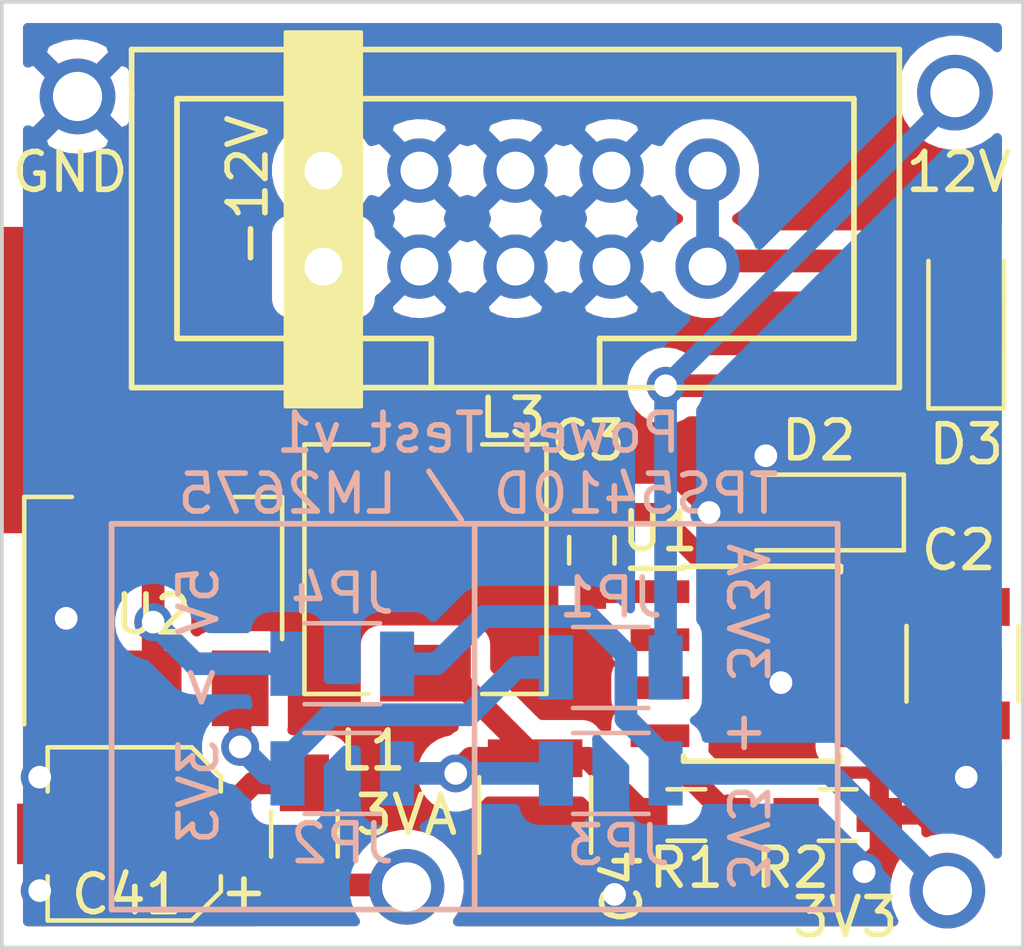
<source format=kicad_pcb>
(kicad_pcb (version 20171130) (host pcbnew "(5.1.5)-3")

  (general
    (thickness 1.6)
    (drawings 20)
    (tracks 77)
    (zones 0)
    (modules 21)
    (nets 16)
  )

  (page A4)
  (layers
    (0 F.Cu signal hide)
    (31 B.Cu signal hide)
    (32 B.Adhes user)
    (33 F.Adhes user)
    (34 B.Paste user)
    (35 F.Paste user)
    (36 B.SilkS user)
    (37 F.SilkS user)
    (38 B.Mask user)
    (39 F.Mask user hide)
    (40 Dwgs.User user)
    (41 Cmts.User user)
    (42 Eco1.User user)
    (43 Eco2.User user)
    (44 Edge.Cuts user)
    (45 Margin user)
    (46 B.CrtYd user)
    (47 F.CrtYd user)
    (48 B.Fab user hide)
    (49 F.Fab user hide)
  )

  (setup
    (last_trace_width 0.6)
    (user_trace_width 0.5)
    (user_trace_width 0.6)
    (trace_clearance 0.2)
    (zone_clearance 0.508)
    (zone_45_only no)
    (trace_min 0.2)
    (via_size 0.8)
    (via_drill 0.4)
    (via_min_size 0.4)
    (via_min_drill 0.3)
    (user_via 1 0.6)
    (user_via 1.2 1)
    (uvia_size 0.3)
    (uvia_drill 0.1)
    (uvias_allowed no)
    (uvia_min_size 0.2)
    (uvia_min_drill 0.1)
    (edge_width 0.1)
    (segment_width 0.2)
    (pcb_text_width 0.3)
    (pcb_text_size 1.5 1.5)
    (mod_edge_width 0.15)
    (mod_text_size 1 1)
    (mod_text_width 0.15)
    (pad_size 2 3.8)
    (pad_drill 0)
    (pad_to_mask_clearance 0)
    (aux_axis_origin 0 0)
    (visible_elements 7FFFFF7F)
    (pcbplotparams
      (layerselection 0x010fc_ffffffff)
      (usegerberextensions false)
      (usegerberattributes false)
      (usegerberadvancedattributes false)
      (creategerberjobfile false)
      (excludeedgelayer true)
      (linewidth 0.100000)
      (plotframeref false)
      (viasonmask false)
      (mode 1)
      (useauxorigin false)
      (hpglpennumber 1)
      (hpglpenspeed 20)
      (hpglpendiameter 15.000000)
      (psnegative false)
      (psa4output false)
      (plotreference true)
      (plotvalue true)
      (plotinvisibletext false)
      (padsonsilk false)
      (subtractmaskfromsilk false)
      (outputformat 1)
      (mirror false)
      (drillshape 0)
      (scaleselection 1)
      (outputdirectory "Gerbers/Power_LM2675/"))
  )

  (net 0 "")
  (net 1 VCC)
  (net 2 GND)
  (net 3 +3V3)
  (net 4 +12V)
  (net 5 -12V)
  (net 6 +3.3VA)
  (net 7 "Net-(U1-Pad2)")
  (net 8 "Net-(U1-Pad3)")
  (net 9 "Net-(U1-Pad5)")
  (net 10 /VOUT)
  (net 11 /V_Int)
  (net 12 /VIN)
  (net 13 /VSW)
  (net 14 /CB)
  (net 15 /FB)

  (net_class Default "This is the default net class."
    (clearance 0.2)
    (trace_width 0.25)
    (via_dia 0.8)
    (via_drill 0.4)
    (uvia_dia 0.3)
    (uvia_drill 0.1)
    (add_net +12V)
    (add_net +3.3VA)
    (add_net +3V3)
    (add_net -12V)
    (add_net /CB)
    (add_net /FB)
    (add_net /VIN)
    (add_net /VOUT)
    (add_net /VSW)
    (add_net /V_Int)
    (add_net GND)
    (add_net "Net-(U1-Pad2)")
    (add_net "Net-(U1-Pad3)")
    (add_net "Net-(U1-Pad5)")
    (add_net VCC)
  )

  (module Capacitors_SMD:C_1210 (layer F.Cu) (tedit 58AA84E2) (tstamp 5FBD8064)
    (at 99.1 70.5 270)
    (descr "Capacitor SMD 1210, reflow soldering, AVX (see smccp.pdf)")
    (tags "capacitor 1210")
    (path /63BA5427)
    (attr smd)
    (fp_text reference C4 (at 1.9 -2.3 90) (layer F.SilkS)
      (effects (font (size 1 1) (thickness 0.15)))
    )
    (fp_text value 150uF (at 0 2.5 90) (layer F.Fab)
      (effects (font (size 1 1) (thickness 0.15)))
    )
    (fp_text user %R (at 0 -2.25 90) (layer F.Fab)
      (effects (font (size 1 1) (thickness 0.15)))
    )
    (fp_line (start -1.6 1.25) (end -1.6 -1.25) (layer F.Fab) (width 0.1))
    (fp_line (start 1.6 1.25) (end -1.6 1.25) (layer F.Fab) (width 0.1))
    (fp_line (start 1.6 -1.25) (end 1.6 1.25) (layer F.Fab) (width 0.1))
    (fp_line (start -1.6 -1.25) (end 1.6 -1.25) (layer F.Fab) (width 0.1))
    (fp_line (start 1 -1.48) (end -1 -1.48) (layer F.SilkS) (width 0.12))
    (fp_line (start -1 1.48) (end 1 1.48) (layer F.SilkS) (width 0.12))
    (fp_line (start -2.25 -1.5) (end 2.25 -1.5) (layer F.CrtYd) (width 0.05))
    (fp_line (start -2.25 -1.5) (end -2.25 1.5) (layer F.CrtYd) (width 0.05))
    (fp_line (start 2.25 1.5) (end 2.25 -1.5) (layer F.CrtYd) (width 0.05))
    (fp_line (start 2.25 1.5) (end -2.25 1.5) (layer F.CrtYd) (width 0.05))
    (pad 1 smd rect (at -1.5 0 270) (size 1 2.5) (layers F.Cu F.Paste F.Mask)
      (net 11 /V_Int))
    (pad 2 smd rect (at 1.5 0 270) (size 1 2.5) (layers F.Cu F.Paste F.Mask)
      (net 2 GND))
    (model Capacitors_SMD.3dshapes/C_1210.wrl
      (at (xyz 0 0 0))
      (scale (xyz 1 1 1))
      (rotate (xyz 0 0 0))
    )
  )

  (module Capacitors_SMD:C_1210 (layer F.Cu) (tedit 58AA84E2) (tstamp 5FBD805E)
    (at 110.4 66.5 270)
    (descr "Capacitor SMD 1210, reflow soldering, AVX (see smccp.pdf)")
    (tags "capacitor 1210")
    (path /63C237DB)
    (attr smd)
    (fp_text reference C2 (at -3 0.1 180) (layer F.SilkS)
      (effects (font (size 1 1) (thickness 0.15)))
    )
    (fp_text value 10uF (at 0 2.5 90) (layer F.Fab)
      (effects (font (size 1 1) (thickness 0.15)))
    )
    (fp_line (start 2.25 1.5) (end -2.25 1.5) (layer F.CrtYd) (width 0.05))
    (fp_line (start 2.25 1.5) (end 2.25 -1.5) (layer F.CrtYd) (width 0.05))
    (fp_line (start -2.25 -1.5) (end -2.25 1.5) (layer F.CrtYd) (width 0.05))
    (fp_line (start -2.25 -1.5) (end 2.25 -1.5) (layer F.CrtYd) (width 0.05))
    (fp_line (start -1 1.48) (end 1 1.48) (layer F.SilkS) (width 0.12))
    (fp_line (start 1 -1.48) (end -1 -1.48) (layer F.SilkS) (width 0.12))
    (fp_line (start -1.6 -1.25) (end 1.6 -1.25) (layer F.Fab) (width 0.1))
    (fp_line (start 1.6 -1.25) (end 1.6 1.25) (layer F.Fab) (width 0.1))
    (fp_line (start 1.6 1.25) (end -1.6 1.25) (layer F.Fab) (width 0.1))
    (fp_line (start -1.6 1.25) (end -1.6 -1.25) (layer F.Fab) (width 0.1))
    (fp_text user %R (at 0 -2.25 90) (layer F.Fab)
      (effects (font (size 1 1) (thickness 0.15)))
    )
    (pad 2 smd rect (at 1.5 0 270) (size 1 2.5) (layers F.Cu F.Paste F.Mask)
      (net 2 GND))
    (pad 1 smd rect (at -1.5 0 270) (size 1 2.5) (layers F.Cu F.Paste F.Mask)
      (net 1 VCC))
    (model Capacitors_SMD.3dshapes/C_1210.wrl
      (at (xyz 0 0 0))
      (scale (xyz 1 1 1))
      (rotate (xyz 0 0 0))
    )
  )

  (module Housings_SOIC:SOIC-8_3.9x4.9mm_Pitch1.27mm (layer F.Cu) (tedit 58CD0CDA) (tstamp 5FBEDC45)
    (at 105.1 66.5)
    (descr "8-Lead Plastic Small Outline (SN) - Narrow, 3.90 mm Body [SOIC] (see Microchip Packaging Specification 00000049BS.pdf)")
    (tags "SOIC 1.27")
    (path /5FBEEB41)
    (attr smd)
    (fp_text reference U1 (at -2.7 -3.5) (layer F.SilkS)
      (effects (font (size 1 1) (thickness 0.15)))
    )
    (fp_text value LM2675M-ADJ (at 0 3.5) (layer F.Fab)
      (effects (font (size 1 1) (thickness 0.15)))
    )
    (fp_text user %R (at 0 0) (layer F.Fab)
      (effects (font (size 1 1) (thickness 0.15)))
    )
    (fp_line (start -0.95 -2.45) (end 1.95 -2.45) (layer F.Fab) (width 0.1))
    (fp_line (start 1.95 -2.45) (end 1.95 2.45) (layer F.Fab) (width 0.1))
    (fp_line (start 1.95 2.45) (end -1.95 2.45) (layer F.Fab) (width 0.1))
    (fp_line (start -1.95 2.45) (end -1.95 -1.45) (layer F.Fab) (width 0.1))
    (fp_line (start -1.95 -1.45) (end -0.95 -2.45) (layer F.Fab) (width 0.1))
    (fp_line (start -3.73 -2.7) (end -3.73 2.7) (layer F.CrtYd) (width 0.05))
    (fp_line (start 3.73 -2.7) (end 3.73 2.7) (layer F.CrtYd) (width 0.05))
    (fp_line (start -3.73 -2.7) (end 3.73 -2.7) (layer F.CrtYd) (width 0.05))
    (fp_line (start -3.73 2.7) (end 3.73 2.7) (layer F.CrtYd) (width 0.05))
    (fp_line (start -2.075 -2.575) (end -2.075 -2.525) (layer F.SilkS) (width 0.15))
    (fp_line (start 2.075 -2.575) (end 2.075 -2.43) (layer F.SilkS) (width 0.15))
    (fp_line (start 2.075 2.575) (end 2.075 2.43) (layer F.SilkS) (width 0.15))
    (fp_line (start -2.075 2.575) (end -2.075 2.43) (layer F.SilkS) (width 0.15))
    (fp_line (start -2.075 -2.575) (end 2.075 -2.575) (layer F.SilkS) (width 0.15))
    (fp_line (start -2.075 2.575) (end 2.075 2.575) (layer F.SilkS) (width 0.15))
    (fp_line (start -2.075 -2.525) (end -3.475 -2.525) (layer F.SilkS) (width 0.15))
    (pad 1 smd rect (at -2.7 -1.905) (size 1.55 0.6) (layers F.Cu F.Paste F.Mask)
      (net 14 /CB))
    (pad 2 smd rect (at -2.7 -0.635) (size 1.55 0.6) (layers F.Cu F.Paste F.Mask)
      (net 7 "Net-(U1-Pad2)"))
    (pad 3 smd rect (at -2.7 0.635) (size 1.55 0.6) (layers F.Cu F.Paste F.Mask)
      (net 8 "Net-(U1-Pad3)"))
    (pad 4 smd rect (at -2.7 1.905) (size 1.55 0.6) (layers F.Cu F.Paste F.Mask)
      (net 15 /FB))
    (pad 5 smd rect (at 2.7 1.905) (size 1.55 0.6) (layers F.Cu F.Paste F.Mask)
      (net 9 "Net-(U1-Pad5)"))
    (pad 6 smd rect (at 2.7 0.635) (size 1.55 0.6) (layers F.Cu F.Paste F.Mask)
      (net 2 GND))
    (pad 7 smd rect (at 2.7 -0.635) (size 1.55 0.6) (layers F.Cu F.Paste F.Mask)
      (net 1 VCC))
    (pad 8 smd rect (at 2.7 -1.905) (size 1.55 0.6) (layers F.Cu F.Paste F.Mask)
      (net 13 /VSW))
    (model ${KISYS3DMOD}/Housings_SOIC.3dshapes/SOIC-8_3.9x4.9mm_Pitch1.27mm.wrl
      (at (xyz 0 0 0))
      (scale (xyz 1 1 1))
      (rotate (xyz 0 0 0))
    )
  )

  (module Inductors_SMD:L_6.3x6.3_H3 (layer F.Cu) (tedit 5990349C) (tstamp 5FBD817A)
    (at 96.2 64 270)
    (descr "Choke, SMD, 6.3x6.3mm 3mm height")
    (tags "Choke SMD")
    (path /63B9E041)
    (attr smd)
    (fp_text reference L3 (at -4 -2.3 180) (layer F.SilkS)
      (effects (font (size 1 1) (thickness 0.15)))
    )
    (fp_text value 47uH (at 0 4.45 90) (layer F.Fab)
      (effects (font (size 1 1) (thickness 0.15)))
    )
    (fp_text user %R (at 0 0 90) (layer F.Fab)
      (effects (font (size 1 1) (thickness 0.15)))
    )
    (fp_line (start 3.3 1.5) (end 3.3 3.2) (layer F.SilkS) (width 0.12))
    (fp_line (start 3.3 3.2) (end -3.3 3.2) (layer F.SilkS) (width 0.12))
    (fp_line (start -3.3 3.2) (end -3.3 1.5) (layer F.SilkS) (width 0.12))
    (fp_line (start -3.3 -1.5) (end -3.3 -3.2) (layer F.SilkS) (width 0.12))
    (fp_line (start -3.3 -3.2) (end 3.3 -3.2) (layer F.SilkS) (width 0.12))
    (fp_line (start 3.3 -3.2) (end 3.3 -1.5) (layer F.SilkS) (width 0.12))
    (fp_line (start -3.75 -3.4) (end -3.75 3.4) (layer F.CrtYd) (width 0.05))
    (fp_line (start -3.75 3.4) (end 3.75 3.4) (layer F.CrtYd) (width 0.05))
    (fp_line (start 3.75 3.4) (end 3.75 -3.4) (layer F.CrtYd) (width 0.05))
    (fp_line (start 3.75 -3.4) (end -3.75 -3.4) (layer F.CrtYd) (width 0.05))
    (fp_line (start 3.15 3.15) (end 3.15 1.5) (layer F.Fab) (width 0.1))
    (fp_line (start 3.15 -3.15) (end 3.15 -1.5) (layer F.Fab) (width 0.1))
    (fp_line (start -3.15 3.15) (end -3.15 1.5) (layer F.Fab) (width 0.1))
    (fp_line (start -3.15 -3.15) (end -3.15 -1.5) (layer F.Fab) (width 0.1))
    (fp_line (start -3.15 -3.15) (end 3.15 -3.15) (layer F.Fab) (width 0.1))
    (fp_line (start -3.15 3.15) (end 3.15 3.15) (layer F.Fab) (width 0.1))
    (fp_arc (start 0 0) (end -1.91 -1.91) (angle 90) (layer F.Fab) (width 0.1))
    (fp_arc (start 0 0) (end 1.91 1.91) (angle 90) (layer F.Fab) (width 0.1))
    (pad 1 smd rect (at -2.75 0 270) (size 1.5 2.4) (layers F.Cu F.Paste F.Mask)
      (net 13 /VSW))
    (pad 2 smd rect (at 2.75 0 270) (size 1.5 2.4) (layers F.Cu F.Paste F.Mask)
      (net 11 /V_Int))
    (model ${KISYS3DMOD}/Inductors_SMD.3dshapes/L_self_cms_we-tpc_XL.wrl
      (at (xyz 0 0 0))
      (scale (xyz 0.5 0.5 0.5))
      (rotate (xyz 0 0 0))
    )
  )

  (module Custom_Footprints:Eurorack_10_pin_header (layer F.Cu) (tedit 5FBE9495) (tstamp 5FBD159B)
    (at 93.5 56)
    (descr http://www.farnell.com/datasheets/1520732.pdf)
    (tags "connector multicomp MC9A MC9A12")
    (path /5F72E001)
    (fp_text reference J2 (at -3 -7 180) (layer F.SilkS) hide
      (effects (font (size 1 1) (thickness 0.15)))
    )
    (fp_text value Eurorack_10_pin_power (at 5.08 5 180) (layer F.Fab)
      (effects (font (size 1 1) (thickness 0.15)))
    )
    (fp_poly (pts (xy -1 -6.2) (xy 1 -6.2) (xy 1 3.7) (xy -1 3.7)) (layer F.SilkS) (width 0.1))
    (fp_text user -12V (at -2 -2 270) (layer F.SilkS)
      (effects (font (size 1 1) (thickness 0.15)))
    )
    (fp_line (start 15.4 3.3) (end -5.2 3.3) (layer F.CrtYd) (width 0.05))
    (fp_line (start 15.4 -5.9) (end 15.4 3.3) (layer F.CrtYd) (width 0.05))
    (fp_line (start -5.2 -5.9) (end 15.4 -5.9) (layer F.CrtYd) (width 0.05))
    (fp_line (start -5.2 3.3) (end -5.2 -5.9) (layer F.CrtYd) (width 0.05))
    (fp_line (start 7.305 1.9) (end 7.305 3.2) (layer F.SilkS) (width 0.15))
    (fp_line (start 14.03 1.9) (end 7.305 1.9) (layer F.SilkS) (width 0.15))
    (fp_line (start 14.03 -4.44) (end 14.03 1.9) (layer F.SilkS) (width 0.15))
    (fp_line (start -3.87 -4.44) (end 14.03 -4.44) (layer F.SilkS) (width 0.15))
    (fp_line (start -3.87 1.9) (end -3.87 -4.44) (layer F.SilkS) (width 0.15))
    (fp_line (start 2.855 1.9) (end -3.87 1.9) (layer F.SilkS) (width 0.15))
    (fp_line (start 2.855 3.2) (end 2.855 1.9) (layer F.SilkS) (width 0.15))
    (fp_line (start 15.23 3.2) (end -5.07 3.2) (layer F.SilkS) (width 0.15))
    (fp_line (start 15.23 -5.74) (end 15.23 3.2) (layer F.SilkS) (width 0.15))
    (fp_line (start -5.07 -5.74) (end 15.23 -5.74) (layer F.SilkS) (width 0.15))
    (fp_line (start -5.07 3.2) (end -5.07 -5.74) (layer F.SilkS) (width 0.15))
    (pad 10 thru_hole circle (at 10.16 -2.54) (size 1.7 1.7) (drill 1) (layers *.Cu *.Mask)
      (net 4 +12V))
    (pad 9 thru_hole circle (at 10.16 0) (size 1.7 1.7) (drill 1) (layers *.Cu *.Mask)
      (net 4 +12V))
    (pad 8 thru_hole circle (at 7.62 -2.54) (size 1.7 1.7) (drill 1) (layers *.Cu *.Mask)
      (net 2 GND))
    (pad 7 thru_hole circle (at 7.62 0) (size 1.7 1.7) (drill 1) (layers *.Cu *.Mask)
      (net 2 GND))
    (pad 6 thru_hole circle (at 5.08 -2.54) (size 1.7 1.7) (drill 1) (layers *.Cu *.Mask)
      (net 2 GND))
    (pad 5 thru_hole circle (at 5.08 0) (size 1.7 1.7) (drill 1) (layers *.Cu *.Mask)
      (net 2 GND))
    (pad 4 thru_hole circle (at 2.54 -2.54) (size 1.7 1.7) (drill 1) (layers *.Cu *.Mask)
      (net 2 GND))
    (pad 3 thru_hole circle (at 2.54 0) (size 1.7 1.7) (drill 1) (layers *.Cu *.Mask)
      (net 2 GND))
    (pad 2 thru_hole circle (at 0 -2.54) (size 1.7 1.7) (drill 1) (layers *.Cu *.Mask)
      (net 5 -12V))
    (pad 1 thru_hole rect (at 0 0) (size 1.7 1.7) (drill 1) (layers *.Cu *.Mask)
      (net 5 -12V))
    (model ${KISYS3DMOD}/Connector_PinHeader_2.54mm.3dshapes/PinHeader_2x05_P2.54mm_Vertical.wrl
      (offset (xyz 10 2.5 0))
      (scale (xyz 1 1 1))
      (rotate (xyz 0 0 90))
    )
  )

  (module Resistors_SMD:R_1206 (layer B.Cu) (tedit 58E0A804) (tstamp 5FBE95DA)
    (at 94 66.5 180)
    (descr "Resistor SMD 1206, reflow soldering, Vishay (see dcrcw.pdf)")
    (tags "resistor 1206")
    (path /63CA17BE)
    (attr smd)
    (fp_text reference JP4 (at 0 1.85) (layer B.SilkS)
      (effects (font (size 1 1) (thickness 0.15)) (justify mirror))
    )
    (fp_text value Jumper_Open (at 0 -1.95) (layer B.Fab)
      (effects (font (size 1 1) (thickness 0.15)) (justify mirror))
    )
    (fp_text user %R (at 0 0) (layer B.Fab)
      (effects (font (size 0.7 0.7) (thickness 0.105)) (justify mirror))
    )
    (fp_line (start -1.6 -0.8) (end -1.6 0.8) (layer B.Fab) (width 0.1))
    (fp_line (start 1.6 -0.8) (end -1.6 -0.8) (layer B.Fab) (width 0.1))
    (fp_line (start 1.6 0.8) (end 1.6 -0.8) (layer B.Fab) (width 0.1))
    (fp_line (start -1.6 0.8) (end 1.6 0.8) (layer B.Fab) (width 0.1))
    (fp_line (start 1 -1.07) (end -1 -1.07) (layer B.SilkS) (width 0.12))
    (fp_line (start -1 1.07) (end 1 1.07) (layer B.SilkS) (width 0.12))
    (fp_line (start -2.15 1.11) (end 2.15 1.11) (layer B.CrtYd) (width 0.05))
    (fp_line (start -2.15 1.11) (end -2.15 -1.1) (layer B.CrtYd) (width 0.05))
    (fp_line (start 2.15 -1.1) (end 2.15 1.11) (layer B.CrtYd) (width 0.05))
    (fp_line (start 2.15 -1.1) (end -2.15 -1.1) (layer B.CrtYd) (width 0.05))
    (pad 1 smd rect (at -1.45 0 180) (size 0.9 1.7) (layers B.Cu B.Paste B.Mask)
      (net 3 +3V3))
    (pad 2 smd rect (at 1.45 0 180) (size 0.9 1.7) (layers B.Cu B.Paste B.Mask)
      (net 10 /VOUT))
    (model ${KISYS3DMOD}/Resistors_SMD.3dshapes/R_1206.wrl
      (at (xyz 0 0 0))
      (scale (xyz 1 1 1))
      (rotate (xyz 0 0 0))
    )
  )

  (module Resistors_SMD:R_1206 (layer B.Cu) (tedit 58E0A804) (tstamp 5FBE9EC3)
    (at 101.1 69.4 180)
    (descr "Resistor SMD 1206, reflow soldering, Vishay (see dcrcw.pdf)")
    (tags "resistor 1206")
    (path /63CA9641)
    (attr smd)
    (fp_text reference JP3 (at -0.2 -1.9) (layer B.SilkS)
      (effects (font (size 1 1) (thickness 0.15)) (justify mirror))
    )
    (fp_text value Jumper_Closed (at 0 -1.95) (layer B.Fab)
      (effects (font (size 1 1) (thickness 0.15)) (justify mirror))
    )
    (fp_text user %R (at 0 0) (layer B.Fab)
      (effects (font (size 0.7 0.7) (thickness 0.105)) (justify mirror))
    )
    (fp_line (start -1.6 -0.8) (end -1.6 0.8) (layer B.Fab) (width 0.1))
    (fp_line (start 1.6 -0.8) (end -1.6 -0.8) (layer B.Fab) (width 0.1))
    (fp_line (start 1.6 0.8) (end 1.6 -0.8) (layer B.Fab) (width 0.1))
    (fp_line (start -1.6 0.8) (end 1.6 0.8) (layer B.Fab) (width 0.1))
    (fp_line (start 1 -1.07) (end -1 -1.07) (layer B.SilkS) (width 0.12))
    (fp_line (start -1 1.07) (end 1 1.07) (layer B.SilkS) (width 0.12))
    (fp_line (start -2.15 1.11) (end 2.15 1.11) (layer B.CrtYd) (width 0.05))
    (fp_line (start -2.15 1.11) (end -2.15 -1.1) (layer B.CrtYd) (width 0.05))
    (fp_line (start 2.15 -1.1) (end 2.15 1.11) (layer B.CrtYd) (width 0.05))
    (fp_line (start 2.15 -1.1) (end -2.15 -1.1) (layer B.CrtYd) (width 0.05))
    (pad 1 smd rect (at -1.45 0 180) (size 0.9 1.7) (layers B.Cu B.Paste B.Mask)
      (net 3 +3V3))
    (pad 2 smd rect (at 1.45 0 180) (size 0.9 1.7) (layers B.Cu B.Paste B.Mask)
      (net 11 /V_Int))
    (model ${KISYS3DMOD}/Resistors_SMD.3dshapes/R_1206.wrl
      (at (xyz 0 0 0))
      (scale (xyz 1 1 1))
      (rotate (xyz 0 0 0))
    )
  )

  (module Resistors_SMD:R_1206 (layer B.Cu) (tedit 58E0A804) (tstamp 5FBE95D4)
    (at 94 69.4)
    (descr "Resistor SMD 1206, reflow soldering, Vishay (see dcrcw.pdf)")
    (tags "resistor 1206")
    (path /63CA47C6)
    (attr smd)
    (fp_text reference JP2 (at 0 1.85) (layer B.SilkS)
      (effects (font (size 1 1) (thickness 0.15)) (justify mirror))
    )
    (fp_text value Jumper_Open (at 0 -1.95) (layer B.Fab)
      (effects (font (size 1 1) (thickness 0.15)) (justify mirror))
    )
    (fp_text user %R (at 0 0) (layer B.Fab)
      (effects (font (size 0.7 0.7) (thickness 0.105)) (justify mirror))
    )
    (fp_line (start -1.6 -0.8) (end -1.6 0.8) (layer B.Fab) (width 0.1))
    (fp_line (start 1.6 -0.8) (end -1.6 -0.8) (layer B.Fab) (width 0.1))
    (fp_line (start 1.6 0.8) (end 1.6 -0.8) (layer B.Fab) (width 0.1))
    (fp_line (start -1.6 0.8) (end 1.6 0.8) (layer B.Fab) (width 0.1))
    (fp_line (start 1 -1.07) (end -1 -1.07) (layer B.SilkS) (width 0.12))
    (fp_line (start -1 1.07) (end 1 1.07) (layer B.SilkS) (width 0.12))
    (fp_line (start -2.15 1.11) (end 2.15 1.11) (layer B.CrtYd) (width 0.05))
    (fp_line (start -2.15 1.11) (end -2.15 -1.1) (layer B.CrtYd) (width 0.05))
    (fp_line (start 2.15 -1.1) (end 2.15 1.11) (layer B.CrtYd) (width 0.05))
    (fp_line (start 2.15 -1.1) (end -2.15 -1.1) (layer B.CrtYd) (width 0.05))
    (pad 1 smd rect (at -1.45 0) (size 0.9 1.7) (layers B.Cu B.Paste B.Mask)
      (net 12 /VIN))
    (pad 2 smd rect (at 1.45 0) (size 0.9 1.7) (layers B.Cu B.Paste B.Mask)
      (net 11 /V_Int))
    (model ${KISYS3DMOD}/Resistors_SMD.3dshapes/R_1206.wrl
      (at (xyz 0 0 0))
      (scale (xyz 1 1 1))
      (rotate (xyz 0 0 0))
    )
  )

  (module Resistors_SMD:R_1206 (layer B.Cu) (tedit 58E0A804) (tstamp 5FBE9F28)
    (at 101.1 66.6 180)
    (descr "Resistor SMD 1206, reflow soldering, Vishay (see dcrcw.pdf)")
    (tags "resistor 1206")
    (path /63CA67C0)
    (attr smd)
    (fp_text reference JP1 (at 0 1.85) (layer B.SilkS)
      (effects (font (size 1 1) (thickness 0.15)) (justify mirror))
    )
    (fp_text value Jumper_Closed (at 0 -1.95) (layer B.Fab)
      (effects (font (size 1 1) (thickness 0.15)) (justify mirror))
    )
    (fp_text user %R (at 0 0) (layer B.Fab)
      (effects (font (size 0.7 0.7) (thickness 0.105)) (justify mirror))
    )
    (fp_line (start -1.6 -0.8) (end -1.6 0.8) (layer B.Fab) (width 0.1))
    (fp_line (start 1.6 -0.8) (end -1.6 -0.8) (layer B.Fab) (width 0.1))
    (fp_line (start 1.6 0.8) (end 1.6 -0.8) (layer B.Fab) (width 0.1))
    (fp_line (start -1.6 0.8) (end 1.6 0.8) (layer B.Fab) (width 0.1))
    (fp_line (start 1 -1.07) (end -1 -1.07) (layer B.SilkS) (width 0.12))
    (fp_line (start -1 1.07) (end 1 1.07) (layer B.SilkS) (width 0.12))
    (fp_line (start -2.15 1.11) (end 2.15 1.11) (layer B.CrtYd) (width 0.05))
    (fp_line (start -2.15 1.11) (end -2.15 -1.1) (layer B.CrtYd) (width 0.05))
    (fp_line (start 2.15 -1.1) (end 2.15 1.11) (layer B.CrtYd) (width 0.05))
    (fp_line (start 2.15 -1.1) (end -2.15 -1.1) (layer B.CrtYd) (width 0.05))
    (pad 1 smd rect (at -1.45 0 180) (size 0.9 1.7) (layers B.Cu B.Paste B.Mask)
      (net 1 VCC))
    (pad 2 smd rect (at 1.45 0 180) (size 0.9 1.7) (layers B.Cu B.Paste B.Mask)
      (net 12 /VIN))
    (model ${KISYS3DMOD}/Resistors_SMD.3dshapes/R_1206.wrl
      (at (xyz 0 0 0))
      (scale (xyz 1 1 1))
      (rotate (xyz 0 0 0))
    )
  )

  (module TO_SOT_Packages_SMD:SOT-223-3_TabPin2 (layer F.Cu) (tedit 5FBE721B) (tstamp 5FBE8884)
    (at 89 64 90)
    (descr "module CMS SOT223 4 pins")
    (tags "CMS SOT")
    (path /63C86E47)
    (attr smd)
    (fp_text reference U2 (at -1.2 0 180) (layer F.SilkS)
      (effects (font (size 1 1) (thickness 0.15)))
    )
    (fp_text value LD1117-3.3-4Tab (at 0 4.5 90) (layer F.Fab)
      (effects (font (size 1 1) (thickness 0.15)))
    )
    (fp_text user %R (at 0 0) (layer F.Fab)
      (effects (font (size 0.8 0.8) (thickness 0.12)))
    )
    (fp_line (start 1.91 3.41) (end 1.91 2.15) (layer F.SilkS) (width 0.12))
    (fp_line (start 1.91 -3.41) (end 1.91 -2.15) (layer F.SilkS) (width 0.12))
    (fp_line (start 4.4 -3.6) (end -4.4 -3.6) (layer F.CrtYd) (width 0.05))
    (fp_line (start 4.4 3.6) (end 4.4 -3.6) (layer F.CrtYd) (width 0.05))
    (fp_line (start -4.4 3.6) (end 4.4 3.6) (layer F.CrtYd) (width 0.05))
    (fp_line (start -4.4 -3.6) (end -4.4 3.6) (layer F.CrtYd) (width 0.05))
    (fp_line (start -1.85 -2.35) (end -0.85 -3.35) (layer F.Fab) (width 0.1))
    (fp_line (start -1.85 -2.35) (end -1.85 3.35) (layer F.Fab) (width 0.1))
    (fp_line (start -1.85 3.41) (end 1.91 3.41) (layer F.SilkS) (width 0.12))
    (fp_line (start -0.85 -3.35) (end 1.85 -3.35) (layer F.Fab) (width 0.1))
    (fp_line (start -4.1 -3.41) (end 1.91 -3.41) (layer F.SilkS) (width 0.12))
    (fp_line (start -1.85 3.35) (end 1.85 3.35) (layer F.Fab) (width 0.1))
    (fp_line (start 1.85 -3.35) (end 1.85 3.35) (layer F.Fab) (width 0.1))
    (pad 2 smd rect (at 3.15 0 90) (size 2 3.8) (layers F.Cu F.Paste F.Mask)
      (net 10 /VOUT) (zone_connect 2))
    (pad 2 smd rect (at -3.15 0 90) (size 2 1.5) (layers F.Cu F.Paste F.Mask)
      (net 10 /VOUT))
    (pad 3 smd rect (at -3.15 2.3 90) (size 2 1.5) (layers F.Cu F.Paste F.Mask)
      (net 12 /VIN))
    (pad 1 smd rect (at -3.15 -2.3 90) (size 2 1.5) (layers F.Cu F.Paste F.Mask)
      (net 2 GND))
    (model ${KISYS3DMOD}/TO_SOT_Packages_SMD.3dshapes/SOT-223.wrl
      (at (xyz 0 0 0))
      (scale (xyz 1 1 1))
      (rotate (xyz 0 0 0))
    )
  )

  (module Resistors_SMD:R_0603_HandSoldering (layer F.Cu) (tedit 58E0A804) (tstamp 5FBD8180)
    (at 107.1 70.5)
    (descr "Resistor SMD 0603, hand soldering")
    (tags "resistor 0603")
    (path /63BA51B4)
    (attr smd)
    (fp_text reference R2 (at -1.2 1.4) (layer F.SilkS)
      (effects (font (size 1 1) (thickness 0.15)))
    )
    (fp_text value 1k (at 0 1.55) (layer F.Fab)
      (effects (font (size 1 1) (thickness 0.15)))
    )
    (fp_text user %R (at 0 0) (layer F.Fab)
      (effects (font (size 0.4 0.4) (thickness 0.075)))
    )
    (fp_line (start -0.8 0.4) (end -0.8 -0.4) (layer F.Fab) (width 0.1))
    (fp_line (start 0.8 0.4) (end -0.8 0.4) (layer F.Fab) (width 0.1))
    (fp_line (start 0.8 -0.4) (end 0.8 0.4) (layer F.Fab) (width 0.1))
    (fp_line (start -0.8 -0.4) (end 0.8 -0.4) (layer F.Fab) (width 0.1))
    (fp_line (start 0.5 0.68) (end -0.5 0.68) (layer F.SilkS) (width 0.12))
    (fp_line (start -0.5 -0.68) (end 0.5 -0.68) (layer F.SilkS) (width 0.12))
    (fp_line (start -1.96 -0.7) (end 1.95 -0.7) (layer F.CrtYd) (width 0.05))
    (fp_line (start -1.96 -0.7) (end -1.96 0.7) (layer F.CrtYd) (width 0.05))
    (fp_line (start 1.95 0.7) (end 1.95 -0.7) (layer F.CrtYd) (width 0.05))
    (fp_line (start 1.95 0.7) (end -1.96 0.7) (layer F.CrtYd) (width 0.05))
    (pad 1 smd rect (at -1.1 0) (size 1.2 0.9) (layers F.Cu F.Paste F.Mask)
      (net 15 /FB))
    (pad 2 smd rect (at 1.1 0) (size 1.2 0.9) (layers F.Cu F.Paste F.Mask)
      (net 2 GND))
    (model ${KISYS3DMOD}/Resistors_SMD.3dshapes/R_0603.wrl
      (at (xyz 0 0 0))
      (scale (xyz 1 1 1))
      (rotate (xyz 0 0 0))
    )
  )

  (module Resistors_SMD:R_0603_HandSoldering (layer F.Cu) (tedit 58E0A804) (tstamp 5FBD817D)
    (at 103.1 70.5)
    (descr "Resistor SMD 0603, hand soldering")
    (tags "resistor 0603")
    (path /63B9EB15)
    (attr smd)
    (fp_text reference R1 (at 0 1.4) (layer F.SilkS)
      (effects (font (size 1 1) (thickness 0.15)))
    )
    (fp_text value 1.74k (at 0 1.55) (layer F.Fab)
      (effects (font (size 1 1) (thickness 0.15)))
    )
    (fp_text user %R (at 0 0) (layer F.Fab)
      (effects (font (size 0.4 0.4) (thickness 0.075)))
    )
    (fp_line (start -0.8 0.4) (end -0.8 -0.4) (layer F.Fab) (width 0.1))
    (fp_line (start 0.8 0.4) (end -0.8 0.4) (layer F.Fab) (width 0.1))
    (fp_line (start 0.8 -0.4) (end 0.8 0.4) (layer F.Fab) (width 0.1))
    (fp_line (start -0.8 -0.4) (end 0.8 -0.4) (layer F.Fab) (width 0.1))
    (fp_line (start 0.5 0.68) (end -0.5 0.68) (layer F.SilkS) (width 0.12))
    (fp_line (start -0.5 -0.68) (end 0.5 -0.68) (layer F.SilkS) (width 0.12))
    (fp_line (start -1.96 -0.7) (end 1.95 -0.7) (layer F.CrtYd) (width 0.05))
    (fp_line (start -1.96 -0.7) (end -1.96 0.7) (layer F.CrtYd) (width 0.05))
    (fp_line (start 1.95 0.7) (end 1.95 -0.7) (layer F.CrtYd) (width 0.05))
    (fp_line (start 1.95 0.7) (end -1.96 0.7) (layer F.CrtYd) (width 0.05))
    (pad 1 smd rect (at -1.1 0) (size 1.2 0.9) (layers F.Cu F.Paste F.Mask)
      (net 11 /V_Int))
    (pad 2 smd rect (at 1.1 0) (size 1.2 0.9) (layers F.Cu F.Paste F.Mask)
      (net 15 /FB))
    (model ${KISYS3DMOD}/Resistors_SMD.3dshapes/R_0603.wrl
      (at (xyz 0 0 0))
      (scale (xyz 1 1 1))
      (rotate (xyz 0 0 0))
    )
  )

  (module Diodes_SMD:D_SOD-123 (layer F.Cu) (tedit 58645DC7) (tstamp 5FBD80D3)
    (at 106.6 62.5 180)
    (descr SOD-123)
    (tags SOD-123)
    (path /63B9D800)
    (attr smd)
    (fp_text reference D2 (at 0 1.9) (layer F.SilkS)
      (effects (font (size 1 1) (thickness 0.15)))
    )
    (fp_text value 1N5819 (at 0 2.1) (layer F.Fab)
      (effects (font (size 1 1) (thickness 0.15)))
    )
    (fp_text user %R (at 0 -2) (layer F.Fab)
      (effects (font (size 1 1) (thickness 0.15)))
    )
    (fp_line (start -2.25 -1) (end -2.25 1) (layer F.SilkS) (width 0.12))
    (fp_line (start 0.25 0) (end 0.75 0) (layer F.Fab) (width 0.1))
    (fp_line (start 0.25 0.4) (end -0.35 0) (layer F.Fab) (width 0.1))
    (fp_line (start 0.25 -0.4) (end 0.25 0.4) (layer F.Fab) (width 0.1))
    (fp_line (start -0.35 0) (end 0.25 -0.4) (layer F.Fab) (width 0.1))
    (fp_line (start -0.35 0) (end -0.35 0.55) (layer F.Fab) (width 0.1))
    (fp_line (start -0.35 0) (end -0.35 -0.55) (layer F.Fab) (width 0.1))
    (fp_line (start -0.75 0) (end -0.35 0) (layer F.Fab) (width 0.1))
    (fp_line (start -1.4 0.9) (end -1.4 -0.9) (layer F.Fab) (width 0.1))
    (fp_line (start 1.4 0.9) (end -1.4 0.9) (layer F.Fab) (width 0.1))
    (fp_line (start 1.4 -0.9) (end 1.4 0.9) (layer F.Fab) (width 0.1))
    (fp_line (start -1.4 -0.9) (end 1.4 -0.9) (layer F.Fab) (width 0.1))
    (fp_line (start -2.35 -1.15) (end 2.35 -1.15) (layer F.CrtYd) (width 0.05))
    (fp_line (start 2.35 -1.15) (end 2.35 1.15) (layer F.CrtYd) (width 0.05))
    (fp_line (start 2.35 1.15) (end -2.35 1.15) (layer F.CrtYd) (width 0.05))
    (fp_line (start -2.35 -1.15) (end -2.35 1.15) (layer F.CrtYd) (width 0.05))
    (fp_line (start -2.25 1) (end 1.65 1) (layer F.SilkS) (width 0.12))
    (fp_line (start -2.25 -1) (end 1.65 -1) (layer F.SilkS) (width 0.12))
    (pad 1 smd rect (at -1.65 0 180) (size 0.9 1.2) (layers F.Cu F.Paste F.Mask)
      (net 13 /VSW))
    (pad 2 smd rect (at 1.65 0 180) (size 0.9 1.2) (layers F.Cu F.Paste F.Mask)
      (net 2 GND))
    (model ${KISYS3DMOD}/Diodes_SMD.3dshapes/D_SOD-123.wrl
      (at (xyz 0 0 0))
      (scale (xyz 1 1 1))
      (rotate (xyz 0 0 0))
    )
  )

  (module Capacitors_SMD:C_0603_HandSoldering (layer F.Cu) (tedit 58AA848B) (tstamp 5FBE5244)
    (at 100.6 63.5 270)
    (descr "Capacitor SMD 0603, hand soldering")
    (tags "capacitor 0603")
    (path /63B9D019)
    (attr smd)
    (fp_text reference C3 (at -2.9 0.1 180) (layer F.SilkS)
      (effects (font (size 1 1) (thickness 0.15)))
    )
    (fp_text value 10nF (at 0 1.5 90) (layer F.Fab)
      (effects (font (size 1 1) (thickness 0.15)))
    )
    (fp_text user %R (at 0 -1.25 90) (layer F.Fab)
      (effects (font (size 1 1) (thickness 0.15)))
    )
    (fp_line (start -0.8 0.4) (end -0.8 -0.4) (layer F.Fab) (width 0.1))
    (fp_line (start 0.8 0.4) (end -0.8 0.4) (layer F.Fab) (width 0.1))
    (fp_line (start 0.8 -0.4) (end 0.8 0.4) (layer F.Fab) (width 0.1))
    (fp_line (start -0.8 -0.4) (end 0.8 -0.4) (layer F.Fab) (width 0.1))
    (fp_line (start -0.35 -0.6) (end 0.35 -0.6) (layer F.SilkS) (width 0.12))
    (fp_line (start 0.35 0.6) (end -0.35 0.6) (layer F.SilkS) (width 0.12))
    (fp_line (start -1.8 -0.65) (end 1.8 -0.65) (layer F.CrtYd) (width 0.05))
    (fp_line (start -1.8 -0.65) (end -1.8 0.65) (layer F.CrtYd) (width 0.05))
    (fp_line (start 1.8 0.65) (end 1.8 -0.65) (layer F.CrtYd) (width 0.05))
    (fp_line (start 1.8 0.65) (end -1.8 0.65) (layer F.CrtYd) (width 0.05))
    (pad 1 smd rect (at -0.95 0 270) (size 1.2 0.75) (layers F.Cu F.Paste F.Mask)
      (net 13 /VSW))
    (pad 2 smd rect (at 0.95 0 270) (size 1.2 0.75) (layers F.Cu F.Paste F.Mask)
      (net 14 /CB))
    (model Capacitors_SMD.3dshapes/C_0603.wrl
      (at (xyz 0 0 0))
      (scale (xyz 1 1 1))
      (rotate (xyz 0 0 0))
    )
  )

  (module Custom_Footprints:1.3mm_Test_Point (layer F.Cu) (tedit 5FBA8335) (tstamp 5FBD15DF)
    (at 110.2 51.4)
    (descr "1.3mm Test Point")
    (tags "Through Hole Mount Test Points")
    (path /5FBC912F)
    (attr virtual)
    (fp_text reference TP5 (at 0 -2.75) (layer F.SilkS) hide
      (effects (font (size 1 1) (thickness 0.15)))
    )
    (fp_text value TestPoint (at 0 2.75) (layer F.Fab)
      (effects (font (size 1 1) (thickness 0.15)))
    )
    (fp_line (start -1.25 0.4) (end -1.25 -0.4) (layer F.Fab) (width 0.15))
    (fp_line (start 1.25 0.4) (end -1.25 0.4) (layer F.Fab) (width 0.15))
    (fp_line (start 1.25 -0.4) (end 1.25 0.4) (layer F.Fab) (width 0.15))
    (fp_line (start -1.25 -0.4) (end 1.25 -0.4) (layer F.Fab) (width 0.15))
    (fp_circle (center 0 0) (end 1.05 0) (layer F.CrtYd) (width 0.05))
    (pad 1 thru_hole circle (at 0 0) (size 2 2) (drill 1.3) (layers *.Cu *.Mask)
      (net 1 VCC))
  )

  (module Custom_Footprints:1.3mm_Test_Point (layer F.Cu) (tedit 5FBA8335) (tstamp 5FBD15D5)
    (at 95.7 72.4)
    (descr "1.3mm Test Point")
    (tags "Through Hole Mount Test Points")
    (path /5FBC8AAF)
    (attr virtual)
    (fp_text reference TP3 (at 0 -2.75) (layer F.SilkS) hide
      (effects (font (size 1 1) (thickness 0.15)))
    )
    (fp_text value TestPoint (at 0 2.75) (layer F.Fab)
      (effects (font (size 1 1) (thickness 0.15)))
    )
    (fp_line (start -1.25 0.4) (end -1.25 -0.4) (layer F.Fab) (width 0.15))
    (fp_line (start 1.25 0.4) (end -1.25 0.4) (layer F.Fab) (width 0.15))
    (fp_line (start 1.25 -0.4) (end 1.25 0.4) (layer F.Fab) (width 0.15))
    (fp_line (start -1.25 -0.4) (end 1.25 -0.4) (layer F.Fab) (width 0.15))
    (fp_circle (center 0 0) (end 1.05 0) (layer F.CrtYd) (width 0.05))
    (pad 1 thru_hole circle (at 0 0) (size 2 2) (drill 1.3) (layers *.Cu *.Mask)
      (net 6 +3.3VA))
  )

  (module Custom_Footprints:1.3mm_Test_Point (layer F.Cu) (tedit 5FBA8335) (tstamp 5FBD15CB)
    (at 110 72.5)
    (descr "1.3mm Test Point")
    (tags "Through Hole Mount Test Points")
    (path /5FBC80EE)
    (attr virtual)
    (fp_text reference TP2 (at 0 -2.75) (layer F.SilkS) hide
      (effects (font (size 1 1) (thickness 0.15)))
    )
    (fp_text value TestPoint (at 0 2.75) (layer F.Fab)
      (effects (font (size 1 1) (thickness 0.15)))
    )
    (fp_line (start -1.25 0.4) (end -1.25 -0.4) (layer F.Fab) (width 0.15))
    (fp_line (start 1.25 0.4) (end -1.25 0.4) (layer F.Fab) (width 0.15))
    (fp_line (start 1.25 -0.4) (end 1.25 0.4) (layer F.Fab) (width 0.15))
    (fp_line (start -1.25 -0.4) (end 1.25 -0.4) (layer F.Fab) (width 0.15))
    (fp_circle (center 0 0) (end 1.05 0) (layer F.CrtYd) (width 0.05))
    (pad 1 thru_hole circle (at 0 0) (size 2 2) (drill 1.3) (layers *.Cu *.Mask)
      (net 3 +3V3))
  )

  (module Custom_Footprints:1.3mm_Test_Point (layer F.Cu) (tedit 5FBA8335) (tstamp 5FBEA9CF)
    (at 87 51.5)
    (descr "1.3mm Test Point")
    (tags "Through Hole Mount Test Points")
    (path /5FBC76F3)
    (attr virtual)
    (fp_text reference TP1 (at 0 -2.75) (layer F.SilkS) hide
      (effects (font (size 1 1) (thickness 0.15)))
    )
    (fp_text value TestPoint (at 0 2.75) (layer F.Fab)
      (effects (font (size 1 1) (thickness 0.15)))
    )
    (fp_line (start -1.25 0.4) (end -1.25 -0.4) (layer F.Fab) (width 0.15))
    (fp_line (start 1.25 0.4) (end -1.25 0.4) (layer F.Fab) (width 0.15))
    (fp_line (start 1.25 -0.4) (end 1.25 0.4) (layer F.Fab) (width 0.15))
    (fp_line (start -1.25 -0.4) (end 1.25 -0.4) (layer F.Fab) (width 0.15))
    (fp_circle (center 0 0) (end 1.05 0) (layer F.CrtYd) (width 0.05))
    (pad 1 thru_hole circle (at 0 0) (size 2 2) (drill 1.3) (layers *.Cu *.Mask)
      (net 2 GND))
  )

  (module Inductors_SMD:L_0805_HandSoldering (layer F.Cu) (tedit 58307B90) (tstamp 5FBD159E)
    (at 93 71 90)
    (descr "Resistor SMD 0805, hand soldering")
    (tags "resistor 0805")
    (path /5E9BEF54)
    (attr smd)
    (fp_text reference L1 (at 2.2 1.8 180) (layer F.SilkS)
      (effects (font (size 1 1) (thickness 0.15)))
    )
    (fp_text value L (at 0 2.1 90) (layer F.Fab)
      (effects (font (size 1 1) (thickness 0.15)))
    )
    (fp_text user %R (at 0 0 90) (layer F.Fab)
      (effects (font (size 0.5 0.5) (thickness 0.075)))
    )
    (fp_line (start -1 0.62) (end -1 -0.62) (layer F.Fab) (width 0.1))
    (fp_line (start 1 0.62) (end -1 0.62) (layer F.Fab) (width 0.1))
    (fp_line (start 1 -0.62) (end 1 0.62) (layer F.Fab) (width 0.1))
    (fp_line (start -1 -0.62) (end 1 -0.62) (layer F.Fab) (width 0.1))
    (fp_line (start -2.4 -1) (end 2.4 -1) (layer F.CrtYd) (width 0.05))
    (fp_line (start -2.4 1) (end 2.4 1) (layer F.CrtYd) (width 0.05))
    (fp_line (start -2.4 -1) (end -2.4 1) (layer F.CrtYd) (width 0.05))
    (fp_line (start 2.4 -1) (end 2.4 1) (layer F.CrtYd) (width 0.05))
    (fp_line (start 0.6 0.88) (end -0.6 0.88) (layer F.SilkS) (width 0.12))
    (fp_line (start -0.6 -0.88) (end 0.6 -0.88) (layer F.SilkS) (width 0.12))
    (pad 1 smd rect (at -1.35 0 90) (size 1.5 1.3) (layers F.Cu F.Paste F.Mask)
      (net 6 +3.3VA))
    (pad 2 smd rect (at 1.35 0 90) (size 1.5 1.3) (layers F.Cu F.Paste F.Mask)
      (net 10 /VOUT))
    (model ${KISYS3DMOD}/Inductors_SMD.3dshapes/L_0805.wrl
      (at (xyz 0 0 0))
      (scale (xyz 1 1 1))
      (rotate (xyz 0 0 0))
    )
  )

  (module Diodes_SMD:D_SOD-123 (layer F.Cu) (tedit 58645DC7) (tstamp 5FBD1545)
    (at 110.5 57.5 90)
    (descr SOD-123)
    (tags SOD-123)
    (path /5C90987E)
    (attr smd)
    (fp_text reference D3 (at -3.2 0 180) (layer F.SilkS)
      (effects (font (size 1 1) (thickness 0.15)))
    )
    (fp_text value 1N5819 (at 0 2.1 90) (layer F.Fab)
      (effects (font (size 1 1) (thickness 0.15)))
    )
    (fp_text user %R (at 0 -2 90) (layer F.Fab)
      (effects (font (size 1 1) (thickness 0.15)))
    )
    (fp_line (start -2.25 -1) (end -2.25 1) (layer F.SilkS) (width 0.12))
    (fp_line (start 0.25 0) (end 0.75 0) (layer F.Fab) (width 0.1))
    (fp_line (start 0.25 0.4) (end -0.35 0) (layer F.Fab) (width 0.1))
    (fp_line (start 0.25 -0.4) (end 0.25 0.4) (layer F.Fab) (width 0.1))
    (fp_line (start -0.35 0) (end 0.25 -0.4) (layer F.Fab) (width 0.1))
    (fp_line (start -0.35 0) (end -0.35 0.55) (layer F.Fab) (width 0.1))
    (fp_line (start -0.35 0) (end -0.35 -0.55) (layer F.Fab) (width 0.1))
    (fp_line (start -0.75 0) (end -0.35 0) (layer F.Fab) (width 0.1))
    (fp_line (start -1.4 0.9) (end -1.4 -0.9) (layer F.Fab) (width 0.1))
    (fp_line (start 1.4 0.9) (end -1.4 0.9) (layer F.Fab) (width 0.1))
    (fp_line (start 1.4 -0.9) (end 1.4 0.9) (layer F.Fab) (width 0.1))
    (fp_line (start -1.4 -0.9) (end 1.4 -0.9) (layer F.Fab) (width 0.1))
    (fp_line (start -2.35 -1.15) (end 2.35 -1.15) (layer F.CrtYd) (width 0.05))
    (fp_line (start 2.35 -1.15) (end 2.35 1.15) (layer F.CrtYd) (width 0.05))
    (fp_line (start 2.35 1.15) (end -2.35 1.15) (layer F.CrtYd) (width 0.05))
    (fp_line (start -2.35 -1.15) (end -2.35 1.15) (layer F.CrtYd) (width 0.05))
    (fp_line (start -2.25 1) (end 1.65 1) (layer F.SilkS) (width 0.12))
    (fp_line (start -2.25 -1) (end 1.65 -1) (layer F.SilkS) (width 0.12))
    (pad 1 smd rect (at -1.65 0 90) (size 0.9 1.2) (layers F.Cu F.Paste F.Mask)
      (net 1 VCC))
    (pad 2 smd rect (at 1.65 0 90) (size 0.9 1.2) (layers F.Cu F.Paste F.Mask)
      (net 4 +12V))
    (model ${KISYS3DMOD}/Diodes_SMD.3dshapes/D_SOD-123.wrl
      (at (xyz 0 0 0))
      (scale (xyz 1 1 1))
      (rotate (xyz 0 0 0))
    )
  )

  (module Capacitors_SMD:CP_Elec_4x5.8 (layer F.Cu) (tedit 58AA8627) (tstamp 5FBD1533)
    (at 88.5 71 180)
    (descr "SMT capacitor, aluminium electrolytic, 4x5.8")
    (path /5C7EBE36)
    (attr smd)
    (fp_text reference C41 (at 0.2 -1.6) (layer F.SilkS)
      (effects (font (size 1 1) (thickness 0.15)))
    )
    (fp_text value 22uF (at 0 -3.54) (layer F.Fab)
      (effects (font (size 1 1) (thickness 0.15)))
    )
    (fp_circle (center 0 0) (end 0 2) (layer F.Fab) (width 0.1))
    (fp_text user + (at -1.12 -0.06) (layer F.Fab)
      (effects (font (size 1 1) (thickness 0.15)))
    )
    (fp_text user + (at -2.9 -1.5) (layer F.SilkS)
      (effects (font (size 1 1) (thickness 0.15)))
    )
    (fp_text user %R (at 0 3.54) (layer F.Fab)
      (effects (font (size 1 1) (thickness 0.15)))
    )
    (fp_line (start 2.13 2.13) (end 2.13 -2.13) (layer F.Fab) (width 0.1))
    (fp_line (start -1.46 2.13) (end 2.13 2.13) (layer F.Fab) (width 0.1))
    (fp_line (start -2.13 1.46) (end -1.46 2.13) (layer F.Fab) (width 0.1))
    (fp_line (start -2.13 -1.46) (end -2.13 1.46) (layer F.Fab) (width 0.1))
    (fp_line (start -1.46 -2.13) (end -2.13 -1.46) (layer F.Fab) (width 0.1))
    (fp_line (start 2.13 -2.13) (end -1.46 -2.13) (layer F.Fab) (width 0.1))
    (fp_line (start -2.29 1.52) (end -2.29 1.12) (layer F.SilkS) (width 0.12))
    (fp_line (start 2.29 2.29) (end 2.29 1.12) (layer F.SilkS) (width 0.12))
    (fp_line (start 2.29 -2.29) (end 2.29 -1.12) (layer F.SilkS) (width 0.12))
    (fp_line (start -2.29 -1.52) (end -2.29 -1.12) (layer F.SilkS) (width 0.12))
    (fp_line (start -1.52 2.29) (end 2.29 2.29) (layer F.SilkS) (width 0.12))
    (fp_line (start -1.52 2.29) (end -2.29 1.52) (layer F.SilkS) (width 0.12))
    (fp_line (start -1.52 -2.29) (end 2.29 -2.29) (layer F.SilkS) (width 0.12))
    (fp_line (start -1.52 -2.29) (end -2.29 -1.52) (layer F.SilkS) (width 0.12))
    (fp_line (start -3.35 -2.39) (end 3.35 -2.39) (layer F.CrtYd) (width 0.05))
    (fp_line (start -3.35 -2.39) (end -3.35 2.38) (layer F.CrtYd) (width 0.05))
    (fp_line (start 3.35 2.38) (end 3.35 -2.39) (layer F.CrtYd) (width 0.05))
    (fp_line (start 3.35 2.38) (end -3.35 2.38) (layer F.CrtYd) (width 0.05))
    (pad 1 smd rect (at -1.8 0) (size 2.6 1.6) (layers F.Cu F.Paste F.Mask)
      (net 10 /VOUT))
    (pad 2 smd rect (at 1.8 0) (size 2.6 1.6) (layers F.Cu F.Paste F.Mask)
      (net 2 GND))
    (model Capacitors_SMD.3dshapes/CP_Elec_4x5.8.wrl
      (at (xyz 0 0 0))
      (scale (xyz 1 1 1))
      (rotate (xyz 0 0 180))
    )
  )

  (gr_text "Power Test v1\nTPS5410D / LM2675" (at 97.6 61.2) (layer B.SilkS)
    (effects (font (size 1 1) (thickness 0.15)) (justify mirror))
  )
  (gr_line (start 97.5 73) (end 87.9 73) (layer B.SilkS) (width 0.15) (tstamp 5FBEAE2D))
  (gr_line (start 87.9 73) (end 87.9 62.8) (layer B.SilkS) (width 0.15) (tstamp 5FBEAE2C))
  (gr_line (start 87.9 62.8) (end 97.5 62.8) (layer B.SilkS) (width 0.15) (tstamp 5FBEAE2B))
  (gr_line (start 97.5 62.8) (end 107.1 62.8) (layer B.SilkS) (width 0.15) (tstamp 5FBEAE28))
  (gr_line (start 97.5 73) (end 97.5 62.8) (layer B.SilkS) (width 0.15))
  (gr_line (start 107.1 73) (end 97.5 73) (layer B.SilkS) (width 0.15))
  (gr_line (start 107.1 62.8) (end 107.1 73) (layer B.SilkS) (width 0.15))
  (gr_text "5V > 3V3" (at 90.2 67.6 90) (layer B.SilkS) (tstamp 5FBEADE9)
    (effects (font (size 1 1) (thickness 0.15)) (justify mirror))
  )
  (gr_text "3V3 + 3V3A" (at 104.7 67.9 270) (layer B.SilkS)
    (effects (font (size 1 1) (thickness 0.15)) (justify mirror))
  )
  (gr_text 3VA (at 95.7 70.5) (layer F.SilkS) (tstamp 5FBEAD84)
    (effects (font (size 1 1) (thickness 0.15)))
  )
  (gr_text 3V3 (at 107.3 73.2) (layer F.SilkS) (tstamp 5FBEAD5E)
    (effects (font (size 1 1) (thickness 0.15)))
  )
  (gr_text 12V (at 110.3 53.5) (layer F.SilkS) (tstamp 5FBEAD5B)
    (effects (font (size 1 1) (thickness 0.15)))
  )
  (gr_text GND (at 86.8 53.5) (layer F.SilkS)
    (effects (font (size 1 1) (thickness 0.15)))
  )
  (gr_poly (pts (xy 91 59) (xy 92 59) (xy 92 62) (xy 90 62) (xy 90 63) (xy 85 63) (xy 85 55) (xy 91 55)) (layer F.Cu) (width 0.1) (tstamp 5FBE916C))
  (gr_poly (pts (xy 91 59) (xy 92 59) (xy 92 62) (xy 90 62) (xy 90 63) (xy 85 63) (xy 85 55) (xy 91 55)) (layer F.Mask) (width 0.1))
  (gr_line (start 112 74) (end 112 49) (layer Edge.Cuts) (width 0.1) (tstamp 5FBD904B))
  (gr_line (start 112 74) (end 85 74) (layer Edge.Cuts) (width 0.1) (tstamp 5FBD904A))
  (gr_line (start 85 49) (end 85 74) (layer Edge.Cuts) (width 0.1))
  (gr_line (start 85 49) (end 112 49) (layer Edge.Cuts) (width 0.1))

  (segment (start 110.5 59.15) (end 110.5 65) (width 0.6) (layer F.Cu) (net 1) (status 30))
  (via (at 102.55 59.15) (size 1) (drill 0.6) (layers F.Cu B.Cu) (net 1))
  (segment (start 102.55 66.6) (end 102.55 59.15) (width 0.6) (layer B.Cu) (net 1) (status 10))
  (segment (start 102.55 59.15) (end 110.5 59.15) (width 0.6) (layer F.Cu) (net 1) (status 20))
  (segment (start 110.2 51.5) (end 110.2 51.4) (width 0.5) (layer B.Cu) (net 1) (status 30))
  (segment (start 102.55 59.15) (end 110.2 51.5) (width 0.5) (layer B.Cu) (net 1) (status 20))
  (segment (start 109.8 65) (end 109.1 65.7) (width 0.6) (layer F.Cu) (net 1))
  (segment (start 110.4 65) (end 109.8 65) (width 0.6) (layer F.Cu) (net 1))
  (segment (start 108.935 65.865) (end 109.1 65.7) (width 0.6) (layer F.Cu) (net 1))
  (segment (start 107.8 65.865) (end 108.935 65.865) (width 0.6) (layer F.Cu) (net 1))
  (via (at 105.6 67) (size 1) (drill 0.6) (layers F.Cu B.Cu) (net 2))
  (via (at 110.5 69.5) (size 1) (drill 0.6) (layers F.Cu B.Cu) (net 2))
  (via (at 86 72.5) (size 1) (drill 0.6) (layers F.Cu B.Cu) (net 2))
  (via (at 86 69.5) (size 1) (drill 0.6) (layers F.Cu B.Cu) (net 2))
  (via (at 103.7 62.5) (size 1) (drill 0.6) (layers F.Cu B.Cu) (net 2))
  (via (at 105.2 61) (size 1) (drill 0.6) (layers F.Cu B.Cu) (net 2))
  (via (at 101.2 72.6) (size 1) (drill 0.6) (layers F.Cu B.Cu) (net 2))
  (via (at 107.8 72) (size 1) (drill 0.6) (layers F.Cu B.Cu) (net 2))
  (via (at 86.7 65.3) (size 1) (drill 0.6) (layers F.Cu B.Cu) (net 2))
  (segment (start 106.9 69.4) (end 110 72.5) (width 0.6) (layer B.Cu) (net 3) (status 20))
  (segment (start 102.55 69.4) (end 106.9 69.4) (width 0.6) (layer B.Cu) (net 3) (status 10))
  (segment (start 96.5 66.5) (end 95.45 66.5) (width 0.6) (layer B.Cu) (net 3) (status 20))
  (segment (start 100.500001 65.249999) (end 97.750001 65.249999) (width 0.6) (layer B.Cu) (net 3))
  (segment (start 101.5 66.249998) (end 100.500001 65.249999) (width 0.6) (layer B.Cu) (net 3))
  (segment (start 101.5 67.95) (end 101.5 66.249998) (width 0.6) (layer B.Cu) (net 3))
  (segment (start 97.750001 65.249999) (end 96.5 66.5) (width 0.6) (layer B.Cu) (net 3))
  (segment (start 102.55 69) (end 101.5 67.95) (width 0.6) (layer B.Cu) (net 3) (status 10))
  (segment (start 102.55 69.4) (end 102.55 69) (width 0.6) (layer B.Cu) (net 3) (status 30))
  (segment (start 103.81 55.85) (end 103.66 56) (width 0.6) (layer F.Cu) (net 4) (status 30))
  (segment (start 110.5 55.85) (end 103.81 55.85) (width 0.6) (layer F.Cu) (net 4) (status 30))
  (segment (start 103.66 53.46) (end 103.66 56) (width 0.6) (layer B.Cu) (net 4))
  (segment (start 93.5 53.46) (end 93.5 56) (width 0.6) (layer B.Cu) (net 5))
  (segment (start 95.65 72.35) (end 95.7 72.4) (width 0.6) (layer F.Cu) (net 6))
  (segment (start 93 72.35) (end 95.65 72.35) (width 0.6) (layer F.Cu) (net 6))
  (segment (start 89 69.7) (end 89 67.15) (width 0.6) (layer F.Cu) (net 10) (status 20))
  (segment (start 90.3 71) (end 89 69.7) (width 0.6) (layer F.Cu) (net 10) (status 10))
  (segment (start 89 67.15) (end 89 65.4) (width 0.6) (layer F.Cu) (net 10) (status 10))
  (segment (start 89 65.4) (end 89 60.85) (width 0.6) (layer F.Cu) (net 10) (status 20))
  (via (at 89 65.4) (size 1) (drill 0.6) (layers F.Cu B.Cu) (net 10))
  (segment (start 90.1 66.5) (end 89 65.4) (width 0.6) (layer B.Cu) (net 10))
  (segment (start 92.55 66.5) (end 90.1 66.5) (width 0.6) (layer B.Cu) (net 10) (status 10))
  (segment (start 91.65 69.65) (end 90.3 71) (width 0.6) (layer F.Cu) (net 10) (status 20))
  (segment (start 93 69.65) (end 91.65 69.65) (width 0.6) (layer F.Cu) (net 10) (status 10))
  (segment (start 95.4 69.4) (end 95.45 69.2) (width 0.5) (layer B.Cu) (net 11) (status 30))
  (segment (start 97 69.4) (end 99.65 69.4) (width 0.6) (layer B.Cu) (net 11) (status 20))
  (segment (start 97 69.4) (end 95.45 69.4) (width 0.6) (layer B.Cu) (net 11) (status 20))
  (segment (start 96.85 66.75) (end 99.1 69) (width 0.6) (layer F.Cu) (net 11))
  (segment (start 96.2 66.75) (end 96.85 66.75) (width 0.6) (layer F.Cu) (net 11))
  (segment (start 100.5 69) (end 102 70.5) (width 0.6) (layer F.Cu) (net 11))
  (segment (start 99.1 69) (end 100.5 69) (width 0.6) (layer F.Cu) (net 11))
  (segment (start 99.1 69) (end 97.4 69) (width 0.6) (layer F.Cu) (net 11))
  (segment (start 97.4 69) (end 97 69.4) (width 0.6) (layer F.Cu) (net 11))
  (segment (start 97 69.4) (end 97 69.4) (width 0.6) (layer F.Cu) (net 11) (tstamp 5FC2763D))
  (via (at 97 69.4) (size 1) (drill 0.6) (layers F.Cu B.Cu) (net 11))
  (segment (start 98.6 66.6) (end 99.65 66.6) (width 0.6) (layer B.Cu) (net 12) (status 20))
  (segment (start 97.349999 67.850001) (end 98.6 66.6) (width 0.6) (layer B.Cu) (net 12))
  (segment (start 93.699999 67.850001) (end 97.349999 67.850001) (width 0.6) (layer B.Cu) (net 12))
  (segment (start 92.55 69) (end 93.699999 67.850001) (width 0.6) (layer B.Cu) (net 12) (status 10))
  (segment (start 92.55 69.4) (end 92.55 69) (width 0.6) (layer B.Cu) (net 12) (status 30))
  (via (at 91.3 68.7) (size 1) (drill 0.6) (layers F.Cu B.Cu) (net 12))
  (segment (start 92 69.4) (end 91.3 68.7) (width 0.6) (layer B.Cu) (net 12))
  (segment (start 92.55 69.4) (end 92 69.4) (width 0.6) (layer B.Cu) (net 12) (status 10))
  (segment (start 91.3 68.7) (end 91.3 67.15) (width 0.6) (layer F.Cu) (net 12) (status 20))
  (segment (start 99.4 61.25) (end 100.7 62.55) (width 0.6) (layer F.Cu) (net 13))
  (segment (start 96.2 61.25) (end 99.4 61.25) (width 0.6) (layer F.Cu) (net 13))
  (segment (start 106.425 64.595) (end 107.8 64.595) (width 0.6) (layer F.Cu) (net 13))
  (segment (start 102.325001 62.55) (end 104.370001 64.595) (width 0.6) (layer F.Cu) (net 13))
  (segment (start 104.370001 64.595) (end 106.425 64.595) (width 0.6) (layer F.Cu) (net 13))
  (segment (start 100.6 62.55) (end 102.325001 62.55) (width 0.6) (layer F.Cu) (net 13))
  (segment (start 108.25 64.145) (end 107.8 64.595) (width 0.6) (layer F.Cu) (net 13))
  (segment (start 108.25 62.5) (end 108.25 64.145) (width 0.6) (layer F.Cu) (net 13))
  (segment (start 100.745 64.595) (end 100.6 64.45) (width 0.6) (layer F.Cu) (net 14))
  (segment (start 102.4 64.595) (end 100.745 64.595) (width 0.6) (layer F.Cu) (net 14))
  (segment (start 104.2 70.5) (end 104.2 70.205) (width 0.5) (layer F.Cu) (net 15) (status 30))
  (segment (start 104.2 70.5) (end 106 70.5) (width 0.6) (layer F.Cu) (net 15))
  (segment (start 102.4 68.7) (end 104.2 70.5) (width 0.6) (layer F.Cu) (net 15))
  (segment (start 102.4 68.405) (end 102.4 68.7) (width 0.6) (layer F.Cu) (net 15))

  (zone (net 2) (net_name GND) (layer F.Cu) (tstamp 5FC13D5E) (hatch edge 0.508)
    (connect_pads (clearance 0.508))
    (min_thickness 0.254)
    (fill yes (arc_segments 32) (thermal_gap 0.508) (thermal_bridge_width 0.508))
    (polygon
      (pts
        (xy 112 74) (xy 85 74) (xy 85 49) (xy 112 49)
      )
    )
    (filled_polygon
      (pts
        (xy 111.315001 50.202762) (xy 111.242252 50.130013) (xy 110.974463 49.951082) (xy 110.676912 49.827832) (xy 110.361033 49.765)
        (xy 110.038967 49.765) (xy 109.723088 49.827832) (xy 109.425537 49.951082) (xy 109.157748 50.130013) (xy 108.930013 50.357748)
        (xy 108.751082 50.625537) (xy 108.627832 50.923088) (xy 108.565 51.238967) (xy 108.565 51.561033) (xy 108.627832 51.876912)
        (xy 108.751082 52.174463) (xy 108.930013 52.442252) (xy 109.157748 52.669987) (xy 109.425537 52.848918) (xy 109.723088 52.972168)
        (xy 110.038967 53.035) (xy 110.361033 53.035) (xy 110.676912 52.972168) (xy 110.974463 52.848918) (xy 111.242252 52.669987)
        (xy 111.315001 52.597238) (xy 111.315001 54.801647) (xy 111.224482 54.774188) (xy 111.1 54.761928) (xy 109.9 54.761928)
        (xy 109.775518 54.774188) (xy 109.65582 54.810498) (xy 109.545506 54.869463) (xy 109.490019 54.915) (xy 104.675107 54.915)
        (xy 104.606632 54.846525) (xy 104.43224 54.73) (xy 104.606632 54.613475) (xy 104.813475 54.406632) (xy 104.97599 54.163411)
        (xy 105.087932 53.893158) (xy 105.145 53.60626) (xy 105.145 53.31374) (xy 105.087932 53.026842) (xy 104.97599 52.756589)
        (xy 104.813475 52.513368) (xy 104.606632 52.306525) (xy 104.363411 52.14401) (xy 104.093158 52.032068) (xy 103.80626 51.975)
        (xy 103.51374 51.975) (xy 103.226842 52.032068) (xy 102.956589 52.14401) (xy 102.713368 52.306525) (xy 102.506525 52.513368)
        (xy 102.390689 52.686729) (xy 102.148397 52.611208) (xy 101.299605 53.46) (xy 102.148397 54.308792) (xy 102.390689 54.233271)
        (xy 102.506525 54.406632) (xy 102.713368 54.613475) (xy 102.88776 54.73) (xy 102.713368 54.846525) (xy 102.506525 55.053368)
        (xy 102.390689 55.226729) (xy 102.148397 55.151208) (xy 101.299605 56) (xy 102.148397 56.848792) (xy 102.390689 56.773271)
        (xy 102.506525 56.946632) (xy 102.713368 57.153475) (xy 102.956589 57.31599) (xy 103.226842 57.427932) (xy 103.51374 57.485)
        (xy 103.80626 57.485) (xy 104.093158 57.427932) (xy 104.363411 57.31599) (xy 104.606632 57.153475) (xy 104.813475 56.946632)
        (xy 104.921474 56.785) (xy 109.490019 56.785) (xy 109.545506 56.830537) (xy 109.65582 56.889502) (xy 109.775518 56.925812)
        (xy 109.9 56.938072) (xy 111.1 56.938072) (xy 111.224482 56.925812) (xy 111.315001 56.898353) (xy 111.315001 58.101647)
        (xy 111.224482 58.074188) (xy 111.1 58.061928) (xy 109.9 58.061928) (xy 109.775518 58.074188) (xy 109.65582 58.110498)
        (xy 109.545506 58.169463) (xy 109.490019 58.215) (xy 103.193619 58.215) (xy 103.087624 58.144176) (xy 102.881067 58.058617)
        (xy 102.661788 58.015) (xy 102.438212 58.015) (xy 102.218933 58.058617) (xy 102.012376 58.144176) (xy 101.82648 58.268388)
        (xy 101.668388 58.42648) (xy 101.544176 58.612376) (xy 101.458617 58.818933) (xy 101.415 59.038212) (xy 101.415 59.261788)
        (xy 101.458617 59.481067) (xy 101.544176 59.687624) (xy 101.668388 59.87352) (xy 101.82648 60.031612) (xy 102.012376 60.155824)
        (xy 102.218933 60.241383) (xy 102.438212 60.285) (xy 102.661788 60.285) (xy 102.881067 60.241383) (xy 103.087624 60.155824)
        (xy 103.193619 60.085) (xy 109.490019 60.085) (xy 109.545506 60.130537) (xy 109.565 60.140957) (xy 109.565001 63.861928)
        (xy 109.185 63.861928) (xy 109.185 63.509981) (xy 109.230537 63.454494) (xy 109.289502 63.34418) (xy 109.325812 63.224482)
        (xy 109.338072 63.1) (xy 109.338072 61.9) (xy 109.325812 61.775518) (xy 109.289502 61.65582) (xy 109.230537 61.545506)
        (xy 109.151185 61.448815) (xy 109.054494 61.369463) (xy 108.94418 61.310498) (xy 108.824482 61.274188) (xy 108.7 61.261928)
        (xy 107.8 61.261928) (xy 107.675518 61.274188) (xy 107.55582 61.310498) (xy 107.445506 61.369463) (xy 107.348815 61.448815)
        (xy 107.269463 61.545506) (xy 107.210498 61.65582) (xy 107.174188 61.775518) (xy 107.161928 61.9) (xy 107.161928 63.1)
        (xy 107.174188 63.224482) (xy 107.210498 63.34418) (xy 107.269463 63.454494) (xy 107.315001 63.509982) (xy 107.315001 63.656928)
        (xy 107.025 63.656928) (xy 106.993808 63.66) (xy 105.699373 63.66) (xy 105.754494 63.630537) (xy 105.851185 63.551185)
        (xy 105.930537 63.454494) (xy 105.989502 63.34418) (xy 106.025812 63.224482) (xy 106.038072 63.1) (xy 106.035 62.78575)
        (xy 105.87625 62.627) (xy 105.077 62.627) (xy 105.077 62.647) (xy 104.823 62.647) (xy 104.823 62.627)
        (xy 104.02375 62.627) (xy 103.87402 62.77673) (xy 103.018631 61.921341) (xy 103.001117 61.9) (xy 103.861928 61.9)
        (xy 103.865 62.21425) (xy 104.02375 62.373) (xy 104.823 62.373) (xy 104.823 61.42375) (xy 105.077 61.42375)
        (xy 105.077 62.373) (xy 105.87625 62.373) (xy 106.035 62.21425) (xy 106.038072 61.9) (xy 106.025812 61.775518)
        (xy 105.989502 61.65582) (xy 105.930537 61.545506) (xy 105.851185 61.448815) (xy 105.754494 61.369463) (xy 105.64418 61.310498)
        (xy 105.524482 61.274188) (xy 105.4 61.261928) (xy 105.23575 61.265) (xy 105.077 61.42375) (xy 104.823 61.42375)
        (xy 104.66425 61.265) (xy 104.5 61.261928) (xy 104.375518 61.274188) (xy 104.25582 61.310498) (xy 104.145506 61.369463)
        (xy 104.048815 61.448815) (xy 103.969463 61.545506) (xy 103.910498 61.65582) (xy 103.874188 61.775518) (xy 103.861928 61.9)
        (xy 103.001117 61.9) (xy 102.989345 61.885656) (xy 102.846973 61.768814) (xy 102.684541 61.681993) (xy 102.508293 61.628529)
        (xy 102.370933 61.615) (xy 102.325001 61.610476) (xy 102.279069 61.615) (xy 101.515957 61.615) (xy 101.505537 61.595506)
        (xy 101.426185 61.498815) (xy 101.329494 61.419463) (xy 101.21918 61.360498) (xy 101.099482 61.324188) (xy 100.975 61.311928)
        (xy 100.784217 61.311928) (xy 100.09363 60.621341) (xy 100.064344 60.585656) (xy 99.921972 60.468814) (xy 99.75954 60.381993)
        (xy 99.583292 60.328529) (xy 99.445932 60.315) (xy 99.4 60.310476) (xy 99.354068 60.315) (xy 98.007454 60.315)
        (xy 97.989502 60.25582) (xy 97.930537 60.145506) (xy 97.851185 60.048815) (xy 97.754494 59.969463) (xy 97.64418 59.910498)
        (xy 97.524482 59.874188) (xy 97.4 59.861928) (xy 95 59.861928) (xy 94.875518 59.874188) (xy 94.75582 59.910498)
        (xy 94.645506 59.969463) (xy 94.548815 60.048815) (xy 94.469463 60.145506) (xy 94.410498 60.25582) (xy 94.374188 60.375518)
        (xy 94.361928 60.5) (xy 94.361928 62) (xy 94.374188 62.124482) (xy 94.410498 62.24418) (xy 94.469463 62.354494)
        (xy 94.548815 62.451185) (xy 94.645506 62.530537) (xy 94.75582 62.589502) (xy 94.875518 62.625812) (xy 95 62.638072)
        (xy 97.4 62.638072) (xy 97.524482 62.625812) (xy 97.64418 62.589502) (xy 97.754494 62.530537) (xy 97.851185 62.451185)
        (xy 97.930537 62.354494) (xy 97.989502 62.24418) (xy 98.007454 62.185) (xy 99.012711 62.185) (xy 99.586928 62.759217)
        (xy 99.586928 63.15) (xy 99.599188 63.274482) (xy 99.635498 63.39418) (xy 99.692061 63.5) (xy 99.635498 63.60582)
        (xy 99.599188 63.725518) (xy 99.586928 63.85) (xy 99.586928 65.05) (xy 99.599188 65.174482) (xy 99.635498 65.29418)
        (xy 99.694463 65.404494) (xy 99.773815 65.501185) (xy 99.870506 65.580537) (xy 99.98082 65.639502) (xy 100.100518 65.675812)
        (xy 100.225 65.688072) (xy 100.975 65.688072) (xy 100.986928 65.686897) (xy 100.986928 66.165) (xy 100.999188 66.289482)
        (xy 101.035498 66.40918) (xy 101.084043 66.5) (xy 101.035498 66.59082) (xy 100.999188 66.710518) (xy 100.986928 66.835)
        (xy 100.986928 67.435) (xy 100.999188 67.559482) (xy 101.035498 67.67918) (xy 101.084043 67.77) (xy 101.035498 67.86082)
        (xy 100.999188 67.980518) (xy 100.986928 68.105) (xy 100.986928 68.200083) (xy 100.877189 68.141427) (xy 100.801185 68.048815)
        (xy 100.704494 67.969463) (xy 100.59418 67.910498) (xy 100.474482 67.874188) (xy 100.35 67.861928) (xy 99.284218 67.861928)
        (xy 98.038072 66.615783) (xy 98.038072 66) (xy 98.025812 65.875518) (xy 97.989502 65.75582) (xy 97.930537 65.645506)
        (xy 97.851185 65.548815) (xy 97.754494 65.469463) (xy 97.64418 65.410498) (xy 97.524482 65.374188) (xy 97.4 65.361928)
        (xy 95 65.361928) (xy 94.875518 65.374188) (xy 94.75582 65.410498) (xy 94.645506 65.469463) (xy 94.548815 65.548815)
        (xy 94.469463 65.645506) (xy 94.410498 65.75582) (xy 94.374188 65.875518) (xy 94.361928 66) (xy 94.361928 67.5)
        (xy 94.374188 67.624482) (xy 94.410498 67.74418) (xy 94.469463 67.854494) (xy 94.548815 67.951185) (xy 94.645506 68.030537)
        (xy 94.75582 68.089502) (xy 94.875518 68.125812) (xy 95 68.138072) (xy 96.915783 68.138072) (xy 96.955249 68.177539)
        (xy 96.878028 68.218814) (xy 96.800489 68.282449) (xy 96.668933 68.308617) (xy 96.462376 68.394176) (xy 96.27648 68.518388)
        (xy 96.118388 68.67648) (xy 95.994176 68.862376) (xy 95.908617 69.068933) (xy 95.865 69.288212) (xy 95.865 69.511788)
        (xy 95.908617 69.731067) (xy 95.994176 69.937624) (xy 96.118388 70.12352) (xy 96.27648 70.281612) (xy 96.462376 70.405824)
        (xy 96.668933 70.491383) (xy 96.888212 70.535) (xy 97.111788 70.535) (xy 97.331067 70.491383) (xy 97.537624 70.405824)
        (xy 97.72352 70.281612) (xy 97.86706 70.138072) (xy 100.315783 70.138072) (xy 100.761928 70.584218) (xy 100.761928 70.95)
        (xy 100.769064 71.022454) (xy 100.704494 70.969463) (xy 100.59418 70.910498) (xy 100.474482 70.874188) (xy 100.35 70.861928)
        (xy 99.38575 70.865) (xy 99.227 71.02375) (xy 99.227 71.873) (xy 100.82625 71.873) (xy 100.985 71.71425)
        (xy 100.988072 71.5) (xy 100.980936 71.427546) (xy 101.045506 71.480537) (xy 101.15582 71.539502) (xy 101.275518 71.575812)
        (xy 101.4 71.588072) (xy 102.6 71.588072) (xy 102.724482 71.575812) (xy 102.84418 71.539502) (xy 102.954494 71.480537)
        (xy 103.051185 71.401185) (xy 103.1 71.341704) (xy 103.148815 71.401185) (xy 103.245506 71.480537) (xy 103.35582 71.539502)
        (xy 103.475518 71.575812) (xy 103.6 71.588072) (xy 104.8 71.588072) (xy 104.924482 71.575812) (xy 105.04418 71.539502)
        (xy 105.1 71.509665) (xy 105.15582 71.539502) (xy 105.275518 71.575812) (xy 105.4 71.588072) (xy 106.6 71.588072)
        (xy 106.724482 71.575812) (xy 106.84418 71.539502) (xy 106.954494 71.480537) (xy 107.051185 71.401185) (xy 107.1 71.341704)
        (xy 107.148815 71.401185) (xy 107.245506 71.480537) (xy 107.35582 71.539502) (xy 107.475518 71.575812) (xy 107.6 71.588072)
        (xy 107.91425 71.585) (xy 108.073 71.42625) (xy 108.073 70.627) (xy 108.053 70.627) (xy 108.053 70.373)
        (xy 108.073 70.373) (xy 108.073 69.57375) (xy 108.327 69.57375) (xy 108.327 70.373) (xy 109.27625 70.373)
        (xy 109.435 70.21425) (xy 109.438072 70.05) (xy 109.425812 69.925518) (xy 109.389502 69.80582) (xy 109.330537 69.695506)
        (xy 109.251185 69.598815) (xy 109.154494 69.519463) (xy 109.04418 69.460498) (xy 108.924482 69.424188) (xy 108.8 69.411928)
        (xy 108.48575 69.415) (xy 108.327 69.57375) (xy 108.073 69.57375) (xy 107.91425 69.415) (xy 107.6 69.411928)
        (xy 107.475518 69.424188) (xy 107.35582 69.460498) (xy 107.245506 69.519463) (xy 107.148815 69.598815) (xy 107.1 69.658296)
        (xy 107.051185 69.598815) (xy 106.954494 69.519463) (xy 106.84418 69.460498) (xy 106.724482 69.424188) (xy 106.6 69.411928)
        (xy 105.4 69.411928) (xy 105.275518 69.424188) (xy 105.15582 69.460498) (xy 105.1 69.490335) (xy 105.04418 69.460498)
        (xy 104.924482 69.424188) (xy 104.8 69.411928) (xy 104.593665 69.411928) (xy 104.540313 69.383411) (xy 104.37349 69.332805)
        (xy 104.353085 69.330795) (xy 103.805381 68.783091) (xy 103.813072 68.705) (xy 103.813072 68.105) (xy 103.800812 67.980518)
        (xy 103.764502 67.86082) (xy 103.715957 67.77) (xy 103.764502 67.67918) (xy 103.800812 67.559482) (xy 103.813072 67.435)
        (xy 103.813072 66.835) (xy 103.800812 66.710518) (xy 103.764502 66.59082) (xy 103.715957 66.5) (xy 103.764502 66.40918)
        (xy 103.800812 66.289482) (xy 103.813072 66.165) (xy 103.813072 65.565) (xy 103.800812 65.440518) (xy 103.764502 65.32082)
        (xy 103.751949 65.297335) (xy 103.848029 65.376186) (xy 104.010461 65.463007) (xy 104.081321 65.484502) (xy 104.186709 65.516472)
        (xy 104.370001 65.534524) (xy 104.415936 65.53) (xy 106.390375 65.53) (xy 106.386928 65.565) (xy 106.386928 66.165)
        (xy 106.399188 66.289482) (xy 106.435498 66.40918) (xy 106.484043 66.5) (xy 106.435498 66.59082) (xy 106.399188 66.710518)
        (xy 106.386928 66.835) (xy 106.39 66.84925) (xy 106.54875 67.008) (xy 107.673 67.008) (xy 107.673 66.988)
        (xy 107.927 66.988) (xy 107.927 67.008) (xy 107.947 67.008) (xy 107.947 67.262) (xy 107.927 67.262)
        (xy 107.927 67.282) (xy 107.673 67.282) (xy 107.673 67.262) (xy 106.54875 67.262) (xy 106.39 67.42075)
        (xy 106.386928 67.435) (xy 106.399188 67.559482) (xy 106.435498 67.67918) (xy 106.484043 67.77) (xy 106.435498 67.86082)
        (xy 106.399188 67.980518) (xy 106.386928 68.105) (xy 106.386928 68.705) (xy 106.399188 68.829482) (xy 106.435498 68.94918)
        (xy 106.494463 69.059494) (xy 106.573815 69.156185) (xy 106.670506 69.235537) (xy 106.78082 69.294502) (xy 106.900518 69.330812)
        (xy 107.025 69.343072) (xy 108.575 69.343072) (xy 108.699482 69.330812) (xy 108.81918 69.294502) (xy 108.929494 69.235537)
        (xy 109.026185 69.156185) (xy 109.049197 69.128144) (xy 109.15 69.138072) (xy 110.11425 69.135) (xy 110.273 68.97625)
        (xy 110.273 68.127) (xy 110.253 68.127) (xy 110.253 67.873) (xy 110.273 67.873) (xy 110.273 67.02375)
        (xy 110.11425 66.865) (xy 109.197172 66.862078) (xy 109.21 66.84925) (xy 109.213072 66.835) (xy 109.205682 66.759962)
        (xy 109.29454 66.733007) (xy 109.456972 66.646186) (xy 109.599344 66.529344) (xy 109.62863 66.493659) (xy 109.984217 66.138072)
        (xy 111.315 66.138072) (xy 111.315 66.862995) (xy 110.68575 66.865) (xy 110.527 67.02375) (xy 110.527 67.873)
        (xy 110.547 67.873) (xy 110.547 68.127) (xy 110.527 68.127) (xy 110.527 68.97625) (xy 110.68575 69.135)
        (xy 111.315 69.137005) (xy 111.315 71.525115) (xy 111.269987 71.457748) (xy 111.042252 71.230013) (xy 110.774463 71.051082)
        (xy 110.476912 70.927832) (xy 110.161033 70.865) (xy 109.838967 70.865) (xy 109.523088 70.927832) (xy 109.436732 70.963602)
        (xy 109.438072 70.95) (xy 109.435 70.78575) (xy 109.27625 70.627) (xy 108.327 70.627) (xy 108.327 71.42625)
        (xy 108.48575 71.585) (xy 108.643953 71.586547) (xy 108.551082 71.725537) (xy 108.427832 72.023088) (xy 108.365 72.338967)
        (xy 108.365 72.661033) (xy 108.427832 72.976912) (xy 108.551082 73.274463) (xy 108.578168 73.315) (xy 97.055014 73.315)
        (xy 97.148918 73.174463) (xy 97.272168 72.876912) (xy 97.288245 72.796089) (xy 97.319463 72.854494) (xy 97.398815 72.951185)
        (xy 97.495506 73.030537) (xy 97.60582 73.089502) (xy 97.725518 73.125812) (xy 97.85 73.138072) (xy 98.81425 73.135)
        (xy 98.973 72.97625) (xy 98.973 72.127) (xy 99.227 72.127) (xy 99.227 72.97625) (xy 99.38575 73.135)
        (xy 100.35 73.138072) (xy 100.474482 73.125812) (xy 100.59418 73.089502) (xy 100.704494 73.030537) (xy 100.801185 72.951185)
        (xy 100.880537 72.854494) (xy 100.939502 72.74418) (xy 100.975812 72.624482) (xy 100.988072 72.5) (xy 100.985 72.28575)
        (xy 100.82625 72.127) (xy 99.227 72.127) (xy 98.973 72.127) (xy 98.953 72.127) (xy 98.953 71.873)
        (xy 98.973 71.873) (xy 98.973 71.02375) (xy 98.81425 70.865) (xy 97.85 70.861928) (xy 97.725518 70.874188)
        (xy 97.60582 70.910498) (xy 97.495506 70.969463) (xy 97.398815 71.048815) (xy 97.319463 71.145506) (xy 97.260498 71.25582)
        (xy 97.224188 71.375518) (xy 97.211928 71.5) (xy 97.215 71.71425) (xy 97.373748 71.872998) (xy 97.25142 71.872998)
        (xy 97.148918 71.625537) (xy 96.969987 71.357748) (xy 96.742252 71.130013) (xy 96.474463 70.951082) (xy 96.176912 70.827832)
        (xy 95.861033 70.765) (xy 95.538967 70.765) (xy 95.223088 70.827832) (xy 94.925537 70.951082) (xy 94.657748 71.130013)
        (xy 94.430013 71.357748) (xy 94.391758 71.415) (xy 94.257454 71.415) (xy 94.239502 71.35582) (xy 94.180537 71.245506)
        (xy 94.101185 71.148815) (xy 94.004494 71.069463) (xy 93.89418 71.010498) (xy 93.859573 71) (xy 93.89418 70.989502)
        (xy 94.004494 70.930537) (xy 94.101185 70.851185) (xy 94.180537 70.754494) (xy 94.239502 70.64418) (xy 94.275812 70.524482)
        (xy 94.288072 70.4) (xy 94.288072 68.9) (xy 94.275812 68.775518) (xy 94.239502 68.65582) (xy 94.180537 68.545506)
        (xy 94.101185 68.448815) (xy 94.004494 68.369463) (xy 93.89418 68.310498) (xy 93.774482 68.274188) (xy 93.65 68.261928)
        (xy 92.677048 68.261928) (xy 92.688072 68.15) (xy 92.688072 66.15) (xy 92.675812 66.025518) (xy 92.639502 65.90582)
        (xy 92.580537 65.795506) (xy 92.501185 65.698815) (xy 92.404494 65.619463) (xy 92.29418 65.560498) (xy 92.174482 65.524188)
        (xy 92.05 65.511928) (xy 90.55 65.511928) (xy 90.425518 65.524188) (xy 90.30582 65.560498) (xy 90.195506 65.619463)
        (xy 90.15 65.656809) (xy 90.112307 65.625875) (xy 90.135 65.511788) (xy 90.135 65.288212) (xy 90.091383 65.068933)
        (xy 90.005824 64.862376) (xy 89.935 64.756381) (xy 89.935 63.685) (xy 90 63.685) (xy 90.064145 63.67871)
        (xy 90.128356 63.672867) (xy 90.130662 63.672188) (xy 90.133051 63.671954) (xy 90.194723 63.653334) (xy 90.256606 63.635121)
        (xy 90.258736 63.634008) (xy 90.261033 63.633314) (xy 90.317886 63.603084) (xy 90.375081 63.573184) (xy 90.376955 63.571677)
        (xy 90.379073 63.570551) (xy 90.428986 63.529843) (xy 90.479269 63.489414) (xy 90.480813 63.487573) (xy 90.482674 63.486056)
        (xy 90.523766 63.436384) (xy 90.565203 63.387002) (xy 90.56636 63.384898) (xy 90.567891 63.383047) (xy 90.598541 63.326361)
        (xy 90.629608 63.26985) (xy 90.630335 63.267558) (xy 90.631476 63.265448) (xy 90.650524 63.203916) (xy 90.670031 63.14242)
        (xy 90.670299 63.140032) (xy 90.671009 63.137738) (xy 90.677746 63.073634) (xy 90.684933 63.009564) (xy 90.684965 63.00495)
        (xy 90.684983 63.004782) (xy 90.684968 63.004614) (xy 90.685 63) (xy 90.685 62.685) (xy 92 62.685)
        (xy 92.064145 62.67871) (xy 92.128356 62.672867) (xy 92.130662 62.672188) (xy 92.133051 62.671954) (xy 92.194723 62.653334)
        (xy 92.256606 62.635121) (xy 92.258736 62.634008) (xy 92.261033 62.633314) (xy 92.317886 62.603084) (xy 92.375081 62.573184)
        (xy 92.376955 62.571677) (xy 92.379073 62.570551) (xy 92.428986 62.529843) (xy 92.479269 62.489414) (xy 92.480813 62.487573)
        (xy 92.482674 62.486056) (xy 92.523766 62.436384) (xy 92.565203 62.387002) (xy 92.56636 62.384898) (xy 92.567891 62.383047)
        (xy 92.598541 62.326361) (xy 92.629608 62.26985) (xy 92.630335 62.267558) (xy 92.631476 62.265448) (xy 92.650524 62.203916)
        (xy 92.670031 62.14242) (xy 92.670299 62.140032) (xy 92.671009 62.137738) (xy 92.677746 62.073634) (xy 92.684933 62.009564)
        (xy 92.684965 62.00495) (xy 92.684983 62.004782) (xy 92.684968 62.004614) (xy 92.685 62) (xy 92.685 59)
        (xy 92.67871 58.935855) (xy 92.672867 58.871644) (xy 92.672188 58.869338) (xy 92.671954 58.866949) (xy 92.653334 58.805277)
        (xy 92.635121 58.743394) (xy 92.634008 58.741264) (xy 92.633314 58.738967) (xy 92.603084 58.682114) (xy 92.573184 58.624919)
        (xy 92.571677 58.623045) (xy 92.570551 58.620927) (xy 92.529843 58.571014) (xy 92.489414 58.520731) (xy 92.487573 58.519187)
        (xy 92.486056 58.517326) (xy 92.436384 58.476234) (xy 92.387002 58.434797) (xy 92.384898 58.43364) (xy 92.383047 58.432109)
        (xy 92.326361 58.401459) (xy 92.26985 58.370392) (xy 92.267558 58.369665) (xy 92.265448 58.368524) (xy 92.203916 58.349476)
        (xy 92.14242 58.329969) (xy 92.140032 58.329701) (xy 92.137738 58.328991) (xy 92.073634 58.322254) (xy 92.009564 58.315067)
        (xy 92.00495 58.315035) (xy 92.004782 58.315017) (xy 92.004614 58.315032) (xy 92 58.315) (xy 91.685 58.315)
        (xy 91.685 55.15) (xy 92.011928 55.15) (xy 92.011928 56.85) (xy 92.024188 56.974482) (xy 92.060498 57.09418)
        (xy 92.119463 57.204494) (xy 92.198815 57.301185) (xy 92.295506 57.380537) (xy 92.40582 57.439502) (xy 92.525518 57.475812)
        (xy 92.65 57.488072) (xy 94.35 57.488072) (xy 94.474482 57.475812) (xy 94.59418 57.439502) (xy 94.704494 57.380537)
        (xy 94.801185 57.301185) (xy 94.880537 57.204494) (xy 94.939502 57.09418) (xy 94.959457 57.028397) (xy 95.191208 57.028397)
        (xy 95.268843 57.277472) (xy 95.532883 57.403371) (xy 95.816411 57.475339) (xy 96.108531 57.490611) (xy 96.398019 57.448599)
        (xy 96.673747 57.350919) (xy 96.811157 57.277472) (xy 96.888792 57.028397) (xy 97.731208 57.028397) (xy 97.808843 57.277472)
        (xy 98.072883 57.403371) (xy 98.356411 57.475339) (xy 98.648531 57.490611) (xy 98.938019 57.448599) (xy 99.213747 57.350919)
        (xy 99.351157 57.277472) (xy 99.428792 57.028397) (xy 100.271208 57.028397) (xy 100.348843 57.277472) (xy 100.612883 57.403371)
        (xy 100.896411 57.475339) (xy 101.188531 57.490611) (xy 101.478019 57.448599) (xy 101.753747 57.350919) (xy 101.891157 57.277472)
        (xy 101.968792 57.028397) (xy 101.12 56.179605) (xy 100.271208 57.028397) (xy 99.428792 57.028397) (xy 98.58 56.179605)
        (xy 97.731208 57.028397) (xy 96.888792 57.028397) (xy 96.04 56.179605) (xy 95.191208 57.028397) (xy 94.959457 57.028397)
        (xy 94.975812 56.974482) (xy 94.988072 56.85) (xy 94.988072 56.841458) (xy 95.011603 56.848792) (xy 95.860395 56)
        (xy 96.219605 56) (xy 97.068397 56.848792) (xy 97.31 56.773486) (xy 97.551603 56.848792) (xy 98.400395 56)
        (xy 98.759605 56) (xy 99.608397 56.848792) (xy 99.85 56.773486) (xy 100.091603 56.848792) (xy 100.940395 56)
        (xy 100.091603 55.151208) (xy 99.85 55.226514) (xy 99.608397 55.151208) (xy 98.759605 56) (xy 98.400395 56)
        (xy 97.551603 55.151208) (xy 97.31 55.226514) (xy 97.068397 55.151208) (xy 96.219605 56) (xy 95.860395 56)
        (xy 95.011603 55.151208) (xy 94.988072 55.158542) (xy 94.988072 55.15) (xy 94.975812 55.025518) (xy 94.939502 54.90582)
        (xy 94.880537 54.795506) (xy 94.801185 54.698815) (xy 94.704494 54.619463) (xy 94.59418 54.560498) (xy 94.52162 54.538487)
        (xy 94.57171 54.488397) (xy 95.191208 54.488397) (xy 95.266514 54.73) (xy 95.191208 54.971603) (xy 96.04 55.820395)
        (xy 96.888792 54.971603) (xy 96.813486 54.73) (xy 96.888792 54.488397) (xy 97.731208 54.488397) (xy 97.806514 54.73)
        (xy 97.731208 54.971603) (xy 98.58 55.820395) (xy 99.428792 54.971603) (xy 99.353486 54.73) (xy 99.428792 54.488397)
        (xy 100.271208 54.488397) (xy 100.346514 54.73) (xy 100.271208 54.971603) (xy 101.12 55.820395) (xy 101.968792 54.971603)
        (xy 101.893486 54.73) (xy 101.968792 54.488397) (xy 101.12 53.639605) (xy 100.271208 54.488397) (xy 99.428792 54.488397)
        (xy 98.58 53.639605) (xy 97.731208 54.488397) (xy 96.888792 54.488397) (xy 96.04 53.639605) (xy 95.191208 54.488397)
        (xy 94.57171 54.488397) (xy 94.653475 54.406632) (xy 94.769311 54.233271) (xy 95.011603 54.308792) (xy 95.860395 53.46)
        (xy 96.219605 53.46) (xy 97.068397 54.308792) (xy 97.31 54.233486) (xy 97.551603 54.308792) (xy 98.400395 53.46)
        (xy 98.759605 53.46) (xy 99.608397 54.308792) (xy 99.85 54.233486) (xy 100.091603 54.308792) (xy 100.940395 53.46)
        (xy 100.091603 52.611208) (xy 99.85 52.686514) (xy 99.608397 52.611208) (xy 98.759605 53.46) (xy 98.400395 53.46)
        (xy 97.551603 52.611208) (xy 97.31 52.686514) (xy 97.068397 52.611208) (xy 96.219605 53.46) (xy 95.860395 53.46)
        (xy 95.011603 52.611208) (xy 94.769311 52.686729) (xy 94.653475 52.513368) (xy 94.57171 52.431603) (xy 95.191208 52.431603)
        (xy 96.04 53.280395) (xy 96.888792 52.431603) (xy 97.731208 52.431603) (xy 98.58 53.280395) (xy 99.428792 52.431603)
        (xy 100.271208 52.431603) (xy 101.12 53.280395) (xy 101.968792 52.431603) (xy 101.891157 52.182528) (xy 101.627117 52.056629)
        (xy 101.343589 51.984661) (xy 101.051469 51.969389) (xy 100.761981 52.011401) (xy 100.486253 52.109081) (xy 100.348843 52.182528)
        (xy 100.271208 52.431603) (xy 99.428792 52.431603) (xy 99.351157 52.182528) (xy 99.087117 52.056629) (xy 98.803589 51.984661)
        (xy 98.511469 51.969389) (xy 98.221981 52.011401) (xy 97.946253 52.109081) (xy 97.808843 52.182528) (xy 97.731208 52.431603)
        (xy 96.888792 52.431603) (xy 96.811157 52.182528) (xy 96.547117 52.056629) (xy 96.263589 51.984661) (xy 95.971469 51.969389)
        (xy 95.681981 52.011401) (xy 95.406253 52.109081) (xy 95.268843 52.182528) (xy 95.191208 52.431603) (xy 94.57171 52.431603)
        (xy 94.446632 52.306525) (xy 94.203411 52.14401) (xy 93.933158 52.032068) (xy 93.64626 51.975) (xy 93.35374 51.975)
        (xy 93.066842 52.032068) (xy 92.796589 52.14401) (xy 92.553368 52.306525) (xy 92.346525 52.513368) (xy 92.18401 52.756589)
        (xy 92.072068 53.026842) (xy 92.015 53.31374) (xy 92.015 53.60626) (xy 92.072068 53.893158) (xy 92.18401 54.163411)
        (xy 92.346525 54.406632) (xy 92.47838 54.538487) (xy 92.40582 54.560498) (xy 92.295506 54.619463) (xy 92.198815 54.698815)
        (xy 92.119463 54.795506) (xy 92.060498 54.90582) (xy 92.024188 55.025518) (xy 92.011928 55.15) (xy 91.685 55.15)
        (xy 91.685 55) (xy 91.67871 54.935855) (xy 91.672867 54.871644) (xy 91.672188 54.869338) (xy 91.671954 54.866949)
        (xy 91.653334 54.805277) (xy 91.635121 54.743394) (xy 91.634008 54.741264) (xy 91.633314 54.738967) (xy 91.603084 54.682114)
        (xy 91.573184 54.624919) (xy 91.571677 54.623045) (xy 91.570551 54.620927) (xy 91.529843 54.571014) (xy 91.489414 54.520731)
        (xy 91.487573 54.519187) (xy 91.486056 54.517326) (xy 91.436384 54.476234) (xy 91.387002 54.434797) (xy 91.384898 54.43364)
        (xy 91.383047 54.432109) (xy 91.326361 54.401459) (xy 91.26985 54.370392) (xy 91.267558 54.369665) (xy 91.265448 54.368524)
        (xy 91.203916 54.349476) (xy 91.14242 54.329969) (xy 91.140032 54.329701) (xy 91.137738 54.328991) (xy 91.073634 54.322254)
        (xy 91.009564 54.315067) (xy 91.00495 54.315035) (xy 91.004782 54.315017) (xy 91.004614 54.315032) (xy 91 54.315)
        (xy 85.685 54.315) (xy 85.685 52.635413) (xy 86.044192 52.635413) (xy 86.139956 52.899814) (xy 86.429571 53.040704)
        (xy 86.741108 53.122384) (xy 87.062595 53.141718) (xy 87.381675 53.097961) (xy 87.686088 52.992795) (xy 87.860044 52.899814)
        (xy 87.955808 52.635413) (xy 87 51.679605) (xy 86.044192 52.635413) (xy 85.685 52.635413) (xy 85.685 52.390763)
        (xy 85.864587 52.455808) (xy 86.820395 51.5) (xy 87.179605 51.5) (xy 88.135413 52.455808) (xy 88.399814 52.360044)
        (xy 88.540704 52.070429) (xy 88.622384 51.758892) (xy 88.641718 51.437405) (xy 88.597961 51.118325) (xy 88.492795 50.813912)
        (xy 88.399814 50.639956) (xy 88.135413 50.544192) (xy 87.179605 51.5) (xy 86.820395 51.5) (xy 85.864587 50.544192)
        (xy 85.685 50.609237) (xy 85.685 50.364587) (xy 86.044192 50.364587) (xy 87 51.320395) (xy 87.955808 50.364587)
        (xy 87.860044 50.100186) (xy 87.570429 49.959296) (xy 87.258892 49.877616) (xy 86.937405 49.858282) (xy 86.618325 49.902039)
        (xy 86.313912 50.007205) (xy 86.139956 50.100186) (xy 86.044192 50.364587) (xy 85.685 50.364587) (xy 85.685 49.685)
        (xy 111.315001 49.685)
      )
    )
    (filled_polygon
      (pts
        (xy 88.065 64.75638) (xy 87.994176 64.862376) (xy 87.908617 65.068933) (xy 87.865 65.288212) (xy 87.865 65.511788)
        (xy 87.887693 65.625875) (xy 87.85 65.656809) (xy 87.804494 65.619463) (xy 87.69418 65.560498) (xy 87.574482 65.524188)
        (xy 87.45 65.511928) (xy 86.98575 65.515) (xy 86.827 65.67375) (xy 86.827 67.023) (xy 86.847 67.023)
        (xy 86.847 67.277) (xy 86.827 67.277) (xy 86.827 68.62625) (xy 86.98575 68.785) (xy 87.45 68.788072)
        (xy 87.574482 68.775812) (xy 87.69418 68.739502) (xy 87.804494 68.680537) (xy 87.85 68.643191) (xy 87.895506 68.680537)
        (xy 88.00582 68.739502) (xy 88.065 68.757454) (xy 88.065 69.56833) (xy 88 69.561928) (xy 86.98575 69.565)
        (xy 86.827 69.72375) (xy 86.827 70.873) (xy 86.847 70.873) (xy 86.847 71.127) (xy 86.827 71.127)
        (xy 86.827 72.27625) (xy 86.98575 72.435) (xy 88 72.438072) (xy 88.124482 72.425812) (xy 88.24418 72.389502)
        (xy 88.354494 72.330537) (xy 88.451185 72.251185) (xy 88.5 72.191704) (xy 88.548815 72.251185) (xy 88.645506 72.330537)
        (xy 88.75582 72.389502) (xy 88.875518 72.425812) (xy 89 72.438072) (xy 91.6 72.438072) (xy 91.711928 72.427048)
        (xy 91.711928 73.1) (xy 91.724188 73.224482) (xy 91.751646 73.315) (xy 85.685 73.315) (xy 85.685 72.437209)
        (xy 86.41425 72.435) (xy 86.573 72.27625) (xy 86.573 71.127) (xy 86.553 71.127) (xy 86.553 70.873)
        (xy 86.573 70.873) (xy 86.573 69.72375) (xy 86.41425 69.565) (xy 85.685 69.562791) (xy 85.685 68.728373)
        (xy 85.70582 68.739502) (xy 85.825518 68.775812) (xy 85.95 68.788072) (xy 86.41425 68.785) (xy 86.573 68.62625)
        (xy 86.573 67.277) (xy 86.553 67.277) (xy 86.553 67.023) (xy 86.573 67.023) (xy 86.573 65.67375)
        (xy 86.41425 65.515) (xy 85.95 65.511928) (xy 85.825518 65.524188) (xy 85.70582 65.560498) (xy 85.685 65.571627)
        (xy 85.685 63.685) (xy 88.065 63.685)
      )
    )
  )
  (zone (net 2) (net_name GND) (layer B.Cu) (tstamp 5FC13D5B) (hatch edge 0.508)
    (connect_pads (clearance 0.508))
    (min_thickness 0.254)
    (fill yes (arc_segments 32) (thermal_gap 0.508) (thermal_bridge_width 0.508))
    (polygon
      (pts
        (xy 112 74) (xy 85 74) (xy 85 49) (xy 112 49)
      )
    )
    (filled_polygon
      (pts
        (xy 100.835656 68.614344) (xy 100.871341 68.64363) (xy 101.461928 69.234218) (xy 101.461928 70.25) (xy 101.474188 70.374482)
        (xy 101.510498 70.49418) (xy 101.569463 70.604494) (xy 101.648815 70.701185) (xy 101.745506 70.780537) (xy 101.85582 70.839502)
        (xy 101.975518 70.875812) (xy 102.1 70.888072) (xy 103 70.888072) (xy 103.124482 70.875812) (xy 103.24418 70.839502)
        (xy 103.354494 70.780537) (xy 103.451185 70.701185) (xy 103.530537 70.604494) (xy 103.589502 70.49418) (xy 103.625812 70.374482)
        (xy 103.629701 70.335) (xy 106.512711 70.335) (xy 108.390165 72.212454) (xy 108.365 72.338967) (xy 108.365 72.661033)
        (xy 108.427832 72.976912) (xy 108.551082 73.274463) (xy 108.578168 73.315) (xy 97.055014 73.315) (xy 97.148918 73.174463)
        (xy 97.272168 72.876912) (xy 97.335 72.561033) (xy 97.335 72.238967) (xy 97.272168 71.923088) (xy 97.148918 71.625537)
        (xy 96.969987 71.357748) (xy 96.742252 71.130013) (xy 96.474463 70.951082) (xy 96.176912 70.827832) (xy 96.168969 70.826252)
        (xy 96.254494 70.780537) (xy 96.351185 70.701185) (xy 96.430537 70.604494) (xy 96.489502 70.49418) (xy 96.510285 70.425669)
        (xy 96.668933 70.491383) (xy 96.888212 70.535) (xy 97.111788 70.535) (xy 97.331067 70.491383) (xy 97.537624 70.405824)
        (xy 97.643619 70.335) (xy 98.570299 70.335) (xy 98.574188 70.374482) (xy 98.610498 70.49418) (xy 98.669463 70.604494)
        (xy 98.748815 70.701185) (xy 98.845506 70.780537) (xy 98.95582 70.839502) (xy 99.075518 70.875812) (xy 99.2 70.888072)
        (xy 100.1 70.888072) (xy 100.224482 70.875812) (xy 100.34418 70.839502) (xy 100.454494 70.780537) (xy 100.551185 70.701185)
        (xy 100.630537 70.604494) (xy 100.689502 70.49418) (xy 100.725812 70.374482) (xy 100.738072 70.25) (xy 100.738072 68.55)
        (xy 100.731965 68.487996)
      )
    )
    (filled_polygon
      (pts
        (xy 111.315001 50.202762) (xy 111.242252 50.130013) (xy 110.974463 49.951082) (xy 110.676912 49.827832) (xy 110.361033 49.765)
        (xy 110.038967 49.765) (xy 109.723088 49.827832) (xy 109.425537 49.951082) (xy 109.157748 50.130013) (xy 108.930013 50.357748)
        (xy 108.751082 50.625537) (xy 108.627832 50.923088) (xy 108.565 51.238967) (xy 108.565 51.561033) (xy 108.618487 51.829934)
        (xy 105.027493 55.420929) (xy 104.97599 55.296589) (xy 104.813475 55.053368) (xy 104.606632 54.846525) (xy 104.595 54.838753)
        (xy 104.595 54.621247) (xy 104.606632 54.613475) (xy 104.813475 54.406632) (xy 104.97599 54.163411) (xy 105.087932 53.893158)
        (xy 105.145 53.60626) (xy 105.145 53.31374) (xy 105.087932 53.026842) (xy 104.97599 52.756589) (xy 104.813475 52.513368)
        (xy 104.606632 52.306525) (xy 104.363411 52.14401) (xy 104.093158 52.032068) (xy 103.80626 51.975) (xy 103.51374 51.975)
        (xy 103.226842 52.032068) (xy 102.956589 52.14401) (xy 102.713368 52.306525) (xy 102.506525 52.513368) (xy 102.390689 52.686729)
        (xy 102.148397 52.611208) (xy 101.299605 53.46) (xy 102.148397 54.308792) (xy 102.390689 54.233271) (xy 102.506525 54.406632)
        (xy 102.713368 54.613475) (xy 102.725 54.621248) (xy 102.725001 54.838752) (xy 102.713368 54.846525) (xy 102.506525 55.053368)
        (xy 102.390689 55.226729) (xy 102.148397 55.151208) (xy 101.299605 56) (xy 102.148397 56.848792) (xy 102.390689 56.773271)
        (xy 102.506525 56.946632) (xy 102.713368 57.153475) (xy 102.956589 57.31599) (xy 103.080929 57.367493) (xy 102.432233 58.016189)
        (xy 102.218933 58.058617) (xy 102.012376 58.144176) (xy 101.82648 58.268388) (xy 101.668388 58.42648) (xy 101.544176 58.612376)
        (xy 101.458617 58.818933) (xy 101.415 59.038212) (xy 101.415 59.261788) (xy 101.458617 59.481067) (xy 101.544176 59.687624)
        (xy 101.615001 59.793621) (xy 101.615 65.042709) (xy 101.193631 64.62134) (xy 101.164345 64.585655) (xy 101.021973 64.468813)
        (xy 100.859541 64.381992) (xy 100.683293 64.328528) (xy 100.545933 64.314999) (xy 100.500001 64.310475) (xy 100.454069 64.314999)
        (xy 97.795932 64.314999) (xy 97.75 64.310475) (xy 97.566708 64.328528) (xy 97.513244 64.344746) (xy 97.390461 64.381992)
        (xy 97.228029 64.468813) (xy 97.085657 64.585655) (xy 97.056375 64.621335) (xy 96.408751 65.26896) (xy 96.351185 65.198815)
        (xy 96.254494 65.119463) (xy 96.14418 65.060498) (xy 96.024482 65.024188) (xy 95.9 65.011928) (xy 95 65.011928)
        (xy 94.875518 65.024188) (xy 94.75582 65.060498) (xy 94.645506 65.119463) (xy 94.548815 65.198815) (xy 94.469463 65.295506)
        (xy 94.410498 65.40582) (xy 94.374188 65.525518) (xy 94.361928 65.65) (xy 94.361928 66.915001) (xy 93.74593 66.915001)
        (xy 93.699998 66.910477) (xy 93.638072 66.916576) (xy 93.638072 65.65) (xy 93.625812 65.525518) (xy 93.589502 65.40582)
        (xy 93.530537 65.295506) (xy 93.451185 65.198815) (xy 93.354494 65.119463) (xy 93.24418 65.060498) (xy 93.124482 65.024188)
        (xy 93 65.011928) (xy 92.1 65.011928) (xy 91.975518 65.024188) (xy 91.85582 65.060498) (xy 91.745506 65.119463)
        (xy 91.648815 65.198815) (xy 91.569463 65.295506) (xy 91.510498 65.40582) (xy 91.474188 65.525518) (xy 91.470299 65.565)
        (xy 90.487289 65.565) (xy 90.116253 65.193964) (xy 90.091383 65.068933) (xy 90.005824 64.862376) (xy 89.881612 64.67648)
        (xy 89.72352 64.518388) (xy 89.537624 64.394176) (xy 89.331067 64.308617) (xy 89.111788 64.265) (xy 88.888212 64.265)
        (xy 88.668933 64.308617) (xy 88.462376 64.394176) (xy 88.27648 64.518388) (xy 88.118388 64.67648) (xy 87.994176 64.862376)
        (xy 87.908617 65.068933) (xy 87.865 65.288212) (xy 87.865 65.511788) (xy 87.908617 65.731067) (xy 87.994176 65.937624)
        (xy 88.118388 66.12352) (xy 88.27648 66.281612) (xy 88.462376 66.405824) (xy 88.668933 66.491383) (xy 88.793964 66.516253)
        (xy 89.40637 67.128659) (xy 89.435656 67.164344) (xy 89.578028 67.281186) (xy 89.74046 67.368007) (xy 89.916708 67.421471)
        (xy 90.1 67.439524) (xy 90.145932 67.435) (xy 91.470299 67.435) (xy 91.474188 67.474482) (xy 91.507416 67.584022)
        (xy 91.411788 67.565) (xy 91.188212 67.565) (xy 90.968933 67.608617) (xy 90.762376 67.694176) (xy 90.57648 67.818388)
        (xy 90.418388 67.97648) (xy 90.294176 68.162376) (xy 90.208617 68.368933) (xy 90.165 68.588212) (xy 90.165 68.811788)
        (xy 90.208617 69.031067) (xy 90.294176 69.237624) (xy 90.418388 69.42352) (xy 90.57648 69.581612) (xy 90.762376 69.705824)
        (xy 90.968933 69.791383) (xy 91.093963 69.816253) (xy 91.306374 70.028664) (xy 91.335656 70.064344) (xy 91.461928 70.167973)
        (xy 91.461928 70.25) (xy 91.474188 70.374482) (xy 91.510498 70.49418) (xy 91.569463 70.604494) (xy 91.648815 70.701185)
        (xy 91.745506 70.780537) (xy 91.85582 70.839502) (xy 91.975518 70.875812) (xy 92.1 70.888072) (xy 93 70.888072)
        (xy 93.124482 70.875812) (xy 93.24418 70.839502) (xy 93.354494 70.780537) (xy 93.451185 70.701185) (xy 93.530537 70.604494)
        (xy 93.589502 70.49418) (xy 93.625812 70.374482) (xy 93.638072 70.25) (xy 93.638072 69.234217) (xy 94.087289 68.785001)
        (xy 94.361928 68.785001) (xy 94.361928 70.25) (xy 94.374188 70.374482) (xy 94.410498 70.49418) (xy 94.469463 70.604494)
        (xy 94.548815 70.701185) (xy 94.645506 70.780537) (xy 94.75582 70.839502) (xy 94.875518 70.875812) (xy 95 70.888072)
        (xy 95.077656 70.888072) (xy 94.925537 70.951082) (xy 94.657748 71.130013) (xy 94.430013 71.357748) (xy 94.251082 71.625537)
        (xy 94.127832 71.923088) (xy 94.065 72.238967) (xy 94.065 72.561033) (xy 94.127832 72.876912) (xy 94.251082 73.174463)
        (xy 94.344986 73.315) (xy 85.685 73.315) (xy 85.685 55.15) (xy 92.011928 55.15) (xy 92.011928 56.85)
        (xy 92.024188 56.974482) (xy 92.060498 57.09418) (xy 92.119463 57.204494) (xy 92.198815 57.301185) (xy 92.295506 57.380537)
        (xy 92.40582 57.439502) (xy 92.525518 57.475812) (xy 92.65 57.488072) (xy 94.35 57.488072) (xy 94.474482 57.475812)
        (xy 94.59418 57.439502) (xy 94.704494 57.380537) (xy 94.801185 57.301185) (xy 94.880537 57.204494) (xy 94.939502 57.09418)
        (xy 94.959457 57.028397) (xy 95.191208 57.028397) (xy 95.268843 57.277472) (xy 95.532883 57.403371) (xy 95.816411 57.475339)
        (xy 96.108531 57.490611) (xy 96.398019 57.448599) (xy 96.673747 57.350919) (xy 96.811157 57.277472) (xy 96.888792 57.028397)
        (xy 97.731208 57.028397) (xy 97.808843 57.277472) (xy 98.072883 57.403371) (xy 98.356411 57.475339) (xy 98.648531 57.490611)
        (xy 98.938019 57.448599) (xy 99.213747 57.350919) (xy 99.351157 57.277472) (xy 99.428792 57.028397) (xy 100.271208 57.028397)
        (xy 100.348843 57.277472) (xy 100.612883 57.403371) (xy 100.896411 57.475339) (xy 101.188531 57.490611) (xy 101.478019 57.448599)
        (xy 101.753747 57.350919) (xy 101.891157 57.277472) (xy 101.968792 57.028397) (xy 101.12 56.179605) (xy 100.271208 57.028397)
        (xy 99.428792 57.028397) (xy 98.58 56.179605) (xy 97.731208 57.028397) (xy 96.888792 57.028397) (xy 96.04 56.179605)
        (xy 95.191208 57.028397) (xy 94.959457 57.028397) (xy 94.975812 56.974482) (xy 94.988072 56.85) (xy 94.988072 56.841458)
        (xy 95.011603 56.848792) (xy 95.860395 56) (xy 96.219605 56) (xy 97.068397 56.848792) (xy 97.31 56.773486)
        (xy 97.551603 56.848792) (xy 98.400395 56) (xy 98.759605 56) (xy 99.608397 56.848792) (xy 99.85 56.773486)
        (xy 100.091603 56.848792) (xy 100.940395 56) (xy 100.091603 55.151208) (xy 99.85 55.226514) (xy 99.608397 55.151208)
        (xy 98.759605 56) (xy 98.400395 56) (xy 97.551603 55.151208) (xy 97.31 55.226514) (xy 97.068397 55.151208)
        (xy 96.219605 56) (xy 95.860395 56) (xy 95.011603 55.151208) (xy 94.988072 55.158542) (xy 94.988072 55.15)
        (xy 94.975812 55.025518) (xy 94.939502 54.90582) (xy 94.880537 54.795506) (xy 94.801185 54.698815) (xy 94.704494 54.619463)
        (xy 94.59418 54.560498) (xy 94.52162 54.538487) (xy 94.57171 54.488397) (xy 95.191208 54.488397) (xy 95.266514 54.73)
        (xy 95.191208 54.971603) (xy 96.04 55.820395) (xy 96.888792 54.971603) (xy 96.813486 54.73) (xy 96.888792 54.488397)
        (xy 97.731208 54.488397) (xy 97.806514 54.73) (xy 97.731208 54.971603) (xy 98.58 55.820395) (xy 99.428792 54.971603)
        (xy 99.353486 54.73) (xy 99.428792 54.488397) (xy 100.271208 54.488397) (xy 100.346514 54.73) (xy 100.271208 54.971603)
        (xy 101.12 55.820395) (xy 101.968792 54.971603) (xy 101.893486 54.73) (xy 101.968792 54.488397) (xy 101.12 53.639605)
        (xy 100.271208 54.488397) (xy 99.428792 54.488397) (xy 98.58 53.639605) (xy 97.731208 54.488397) (xy 96.888792 54.488397)
        (xy 96.04 53.639605) (xy 95.191208 54.488397) (xy 94.57171 54.488397) (xy 94.653475 54.406632) (xy 94.769311 54.233271)
        (xy 95.011603 54.308792) (xy 95.860395 53.46) (xy 96.219605 53.46) (xy 97.068397 54.308792) (xy 97.31 54.233486)
        (xy 97.551603 54.308792) (xy 98.400395 53.46) (xy 98.759605 53.46) (xy 99.608397 54.308792) (xy 99.85 54.233486)
        (xy 100.091603 54.308792) (xy 100.940395 53.46) (xy 100.091603 52.611208) (xy 99.85 52.686514) (xy 99.608397 52.611208)
        (xy 98.759605 53.46) (xy 98.400395 53.46) (xy 97.551603 52.611208) (xy 97.31 52.686514) (xy 97.068397 52.611208)
        (xy 96.219605 53.46) (xy 95.860395 53.46) (xy 95.011603 52.611208) (xy 94.769311 52.686729) (xy 94.653475 52.513368)
        (xy 94.57171 52.431603) (xy 95.191208 52.431603) (xy 96.04 53.280395) (xy 96.888792 52.431603) (xy 97.731208 52.431603)
        (xy 98.58 53.280395) (xy 99.428792 52.431603) (xy 100.271208 52.431603) (xy 101.12 53.280395) (xy 101.968792 52.431603)
        (xy 101.891157 52.182528) (xy 101.627117 52.056629) (xy 101.343589 51.984661) (xy 101.051469 51.969389) (xy 100.761981 52.011401)
        (xy 100.486253 52.109081) (xy 100.348843 52.182528) (xy 100.271208 52.431603) (xy 99.428792 52.431603) (xy 99.351157 52.182528)
        (xy 99.087117 52.056629) (xy 98.803589 51.984661) (xy 98.511469 51.969389) (xy 98.221981 52.011401) (xy 97.946253 52.109081)
        (xy 97.808843 52.182528) (xy 97.731208 52.431603) (xy 96.888792 52.431603) (xy 96.811157 52.182528) (xy 96.547117 52.056629)
        (xy 96.263589 51.984661) (xy 95.971469 51.969389) (xy 95.681981 52.011401) (xy 95.406253 52.109081) (xy 95.268843 52.182528)
        (xy 95.191208 52.431603) (xy 94.57171 52.431603) (xy 94.446632 52.306525) (xy 94.203411 52.14401) (xy 93.933158 52.032068)
        (xy 93.64626 51.975) (xy 93.35374 51.975) (xy 93.066842 52.032068) (xy 92.796589 52.14401) (xy 92.553368 52.306525)
        (xy 92.346525 52.513368) (xy 92.18401 52.756589) (xy 92.072068 53.026842) (xy 92.015 53.31374) (xy 92.015 53.60626)
        (xy 92.072068 53.893158) (xy 92.18401 54.163411) (xy 92.346525 54.406632) (xy 92.47838 54.538487) (xy 92.40582 54.560498)
        (xy 92.295506 54.619463) (xy 92.198815 54.698815) (xy 92.119463 54.795506) (xy 92.060498 54.90582) (xy 92.024188 55.025518)
        (xy 92.011928 55.15) (xy 85.685 55.15) (xy 85.685 52.635413) (xy 86.044192 52.635413) (xy 86.139956 52.899814)
        (xy 86.429571 53.040704) (xy 86.741108 53.122384) (xy 87.062595 53.141718) (xy 87.381675 53.097961) (xy 87.686088 52.992795)
        (xy 87.860044 52.899814) (xy 87.955808 52.635413) (xy 87 51.679605) (xy 86.044192 52.635413) (xy 85.685 52.635413)
        (xy 85.685 52.390763) (xy 85.864587 52.455808) (xy 86.820395 51.5) (xy 87.179605 51.5) (xy 88.135413 52.455808)
        (xy 88.399814 52.360044) (xy 88.540704 52.070429) (xy 88.622384 51.758892) (xy 88.641718 51.437405) (xy 88.597961 51.118325)
        (xy 88.492795 50.813912) (xy 88.399814 50.639956) (xy 88.135413 50.544192) (xy 87.179605 51.5) (xy 86.820395 51.5)
        (xy 85.864587 50.544192) (xy 85.685 50.609237) (xy 85.685 50.364587) (xy 86.044192 50.364587) (xy 87 51.320395)
        (xy 87.955808 50.364587) (xy 87.860044 50.100186) (xy 87.570429 49.959296) (xy 87.258892 49.877616) (xy 86.937405 49.858282)
        (xy 86.618325 49.902039) (xy 86.313912 50.007205) (xy 86.139956 50.100186) (xy 86.044192 50.364587) (xy 85.685 50.364587)
        (xy 85.685 49.685) (xy 111.315001 49.685)
      )
    )
    (filled_polygon
      (pts
        (xy 111.315 71.525115) (xy 111.269987 71.457748) (xy 111.042252 71.230013) (xy 110.774463 71.051082) (xy 110.476912 70.927832)
        (xy 110.161033 70.865) (xy 109.838967 70.865) (xy 109.712454 70.890165) (xy 107.59363 68.771341) (xy 107.564344 68.735656)
        (xy 107.421972 68.618814) (xy 107.25954 68.531993) (xy 107.083292 68.478529) (xy 106.945932 68.465) (xy 106.9 68.460476)
        (xy 106.854068 68.465) (xy 103.629701 68.465) (xy 103.625812 68.425518) (xy 103.589502 68.30582) (xy 103.530537 68.195506)
        (xy 103.451185 68.098815) (xy 103.354494 68.019463) (xy 103.318082 68) (xy 103.354494 67.980537) (xy 103.451185 67.901185)
        (xy 103.530537 67.804494) (xy 103.589502 67.69418) (xy 103.625812 67.574482) (xy 103.638072 67.45) (xy 103.638072 65.75)
        (xy 103.625812 65.625518) (xy 103.589502 65.50582) (xy 103.530537 65.395506) (xy 103.485 65.340019) (xy 103.485 59.793619)
        (xy 103.555824 59.687624) (xy 103.641383 59.481067) (xy 103.683811 59.267767) (xy 109.936884 53.014695) (xy 110.038967 53.035)
        (xy 110.361033 53.035) (xy 110.676912 52.972168) (xy 110.974463 52.848918) (xy 111.242252 52.669987) (xy 111.315001 52.597238)
      )
    )
  )
)

</source>
